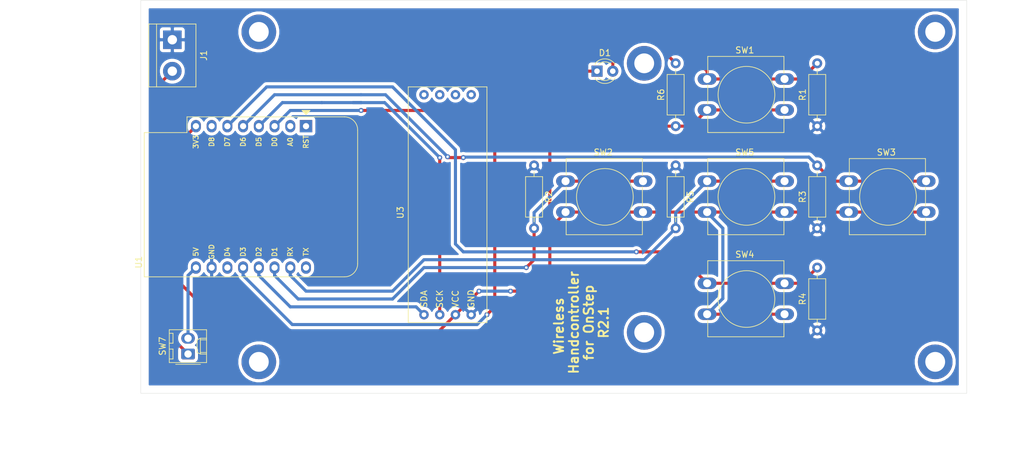
<source format=kicad_pcb>
(kicad_pcb (version 20171130) (host pcbnew "(5.1.9)-1")

  (general
    (thickness 1.6)
    (drawings 7)
    (tracks 135)
    (zones 0)
    (modules 22)
    (nets 19)
  )

  (page A4)
  (title_block
    (title "OnStep Wireless Handcontroller PCB")
    (date 2021-04-17)
    (rev R1)
  )

  (layers
    (0 F.Cu signal)
    (31 B.Cu signal)
    (32 B.Adhes user)
    (33 F.Adhes user)
    (34 B.Paste user)
    (35 F.Paste user)
    (36 B.SilkS user)
    (37 F.SilkS user)
    (38 B.Mask user)
    (39 F.Mask user)
    (40 Dwgs.User user)
    (41 Cmts.User user)
    (42 Eco1.User user)
    (43 Eco2.User user)
    (44 Edge.Cuts user)
    (45 Margin user)
    (46 B.CrtYd user)
    (47 F.CrtYd user)
    (48 B.Fab user)
    (49 F.Fab user)
  )

  (setup
    (last_trace_width 0.25)
    (user_trace_width 0.5)
    (user_trace_width 1)
    (trace_clearance 0.2)
    (zone_clearance 0.508)
    (zone_45_only no)
    (trace_min 0.2)
    (via_size 0.8)
    (via_drill 0.4)
    (via_min_size 0.4)
    (via_min_drill 0.3)
    (user_via 0.6 0.3)
    (uvia_size 0.3)
    (uvia_drill 0.1)
    (uvias_allowed no)
    (uvia_min_size 0.2)
    (uvia_min_drill 0.1)
    (edge_width 0.05)
    (segment_width 0.2)
    (pcb_text_width 0.3)
    (pcb_text_size 1.5 1.5)
    (mod_edge_width 0.12)
    (mod_text_size 1 1)
    (mod_text_width 0.15)
    (pad_size 5.6 5.6)
    (pad_drill 3.2)
    (pad_to_mask_clearance 0)
    (aux_axis_origin 0 0)
    (visible_elements 7FFFFFFF)
    (pcbplotparams
      (layerselection 0x010f0_ffffffff)
      (usegerberextensions false)
      (usegerberattributes true)
      (usegerberadvancedattributes true)
      (creategerberjobfile true)
      (excludeedgelayer true)
      (linewidth 0.100000)
      (plotframeref false)
      (viasonmask false)
      (mode 1)
      (useauxorigin false)
      (hpglpennumber 1)
      (hpglpenspeed 20)
      (hpglpendiameter 15.000000)
      (psnegative false)
      (psa4output false)
      (plotreference true)
      (plotvalue true)
      (plotinvisibletext false)
      (padsonsilk false)
      (subtractmaskfromsilk false)
      (outputformat 1)
      (mirror false)
      (drillshape 0)
      (scaleselection 1)
      (outputdirectory "C:/Users/Jesco/Desktop/Neuer Ordner (2)/"))
  )

  (net 0 "")
  (net 1 "Net-(D1-Pad2)")
  (net 2 "Net-(D1-Pad1)")
  (net 3 "Net-(R1-Pad2)")
  (net 4 "Net-(R2-Pad2)")
  (net 5 "Net-(R3-Pad2)")
  (net 6 "Net-(R4-Pad2)")
  (net 7 "Net-(R5-Pad2)")
  (net 8 "Net-(U1-Pad16)")
  (net 9 "Net-(U1-Pad7)")
  (net 10 "Net-(U1-Pad1)")
  (net 11 "Net-(U1-Pad2)")
  (net 12 "Net-(J1-Pad2)")
  (net 13 "Net-(U1-Pad13)")
  (net 14 "Net-(U1-Pad4)")
  (net 15 GND)
  (net 16 "Net-(R6-Pad1)")
  (net 17 +5V)
  (net 18 "Net-(U1-Pad11)")

  (net_class Default "This is the default net class."
    (clearance 0.2)
    (trace_width 0.25)
    (via_dia 0.8)
    (via_drill 0.4)
    (uvia_dia 0.3)
    (uvia_drill 0.1)
    (add_net +5V)
    (add_net GND)
    (add_net "Net-(R6-Pad1)")
    (add_net "Net-(U1-Pad11)")
  )

  (net_class JLPCB ""
    (clearance 0.3)
    (trace_width 0.5)
    (via_dia 0.8)
    (via_drill 0.4)
    (uvia_dia 0.83)
    (uvia_drill 0.4)
    (diff_pair_width 0.25)
    (diff_pair_gap 0.25)
    (add_net "Net-(D1-Pad1)")
    (add_net "Net-(D1-Pad2)")
    (add_net "Net-(J1-Pad2)")
    (add_net "Net-(R1-Pad2)")
    (add_net "Net-(R2-Pad2)")
    (add_net "Net-(R3-Pad2)")
    (add_net "Net-(R4-Pad2)")
    (add_net "Net-(R5-Pad2)")
    (add_net "Net-(U1-Pad1)")
    (add_net "Net-(U1-Pad13)")
    (add_net "Net-(U1-Pad16)")
    (add_net "Net-(U1-Pad2)")
    (add_net "Net-(U1-Pad4)")
    (add_net "Net-(U1-Pad7)")
  )

  (module MountingHole:MountingHole_3.2mm_M3_DIN965_Pad (layer F.Cu) (tedit 56D1B4CB) (tstamp 60EF2836)
    (at 176.53 73.66)
    (descr "Mounting Hole 3.2mm, M3, DIN965")
    (tags "mounting hole 3.2mm m3 din965")
    (attr virtual)
    (fp_text reference REF** (at 0 -3.8) (layer F.SilkS) hide
      (effects (font (size 1 1) (thickness 0.15)))
    )
    (fp_text value MountingHole_3.2mm_M3_DIN965_Pad (at 0 3.8) (layer F.Fab)
      (effects (font (size 1 1) (thickness 0.15)))
    )
    (fp_circle (center 0 0) (end 3.05 0) (layer F.CrtYd) (width 0.05))
    (fp_circle (center 0 0) (end 2.8 0) (layer Cmts.User) (width 0.15))
    (fp_text user %R (at 0.3 0) (layer F.Fab)
      (effects (font (size 1 1) (thickness 0.15)))
    )
    (pad 1 thru_hole circle (at 0 0) (size 5.6 5.6) (drill 3.2) (layers *.Cu *.Mask))
  )

  (module MountingHole:MountingHole_3.2mm_M3_DIN965_Pad (layer F.Cu) (tedit 56D1B4CB) (tstamp 60EF2807)
    (at 176.53 117.16)
    (descr "Mounting Hole 3.2mm, M3, DIN965")
    (tags "mounting hole 3.2mm m3 din965")
    (attr virtual)
    (fp_text reference REF** (at 0 -3.8) (layer F.SilkS) hide
      (effects (font (size 1 1) (thickness 0.15)))
    )
    (fp_text value MountingHole_3.2mm_M3_DIN965_Pad (at 0 3.8) (layer F.Fab)
      (effects (font (size 1 1) (thickness 0.15)))
    )
    (fp_circle (center 0 0) (end 2.8 0) (layer Cmts.User) (width 0.15))
    (fp_circle (center 0 0) (end 3.05 0) (layer F.CrtYd) (width 0.05))
    (fp_text user %R (at 0.3 0) (layer F.Fab)
      (effects (font (size 1 1) (thickness 0.15)))
    )
    (pad 1 thru_hole circle (at 0 0) (size 5.6 5.6) (drill 3.2) (layers *.Cu *.Mask))
  )

  (module whc_pcb-files:OLED_0.91_AZDelivery (layer F.Cu) (tedit 60A3BA80) (tstamp 60A41E60)
    (at 144.78 97.79 90)
    (path /60A45D70)
    (fp_text reference U3 (at 0 -7.62 90) (layer F.SilkS)
      (effects (font (size 1 1) (thickness 0.15)))
    )
    (fp_text value OLED_0.91_AZDelivery (at 0 -5.08 90) (layer F.Fab)
      (effects (font (size 1 1) (thickness 0.15)))
    )
    (fp_line (start -17.78 -6.35) (end -17.78 6.35) (layer F.SilkS) (width 0.12))
    (fp_line (start -17.78 6.35) (end 20.32 6.35) (layer F.SilkS) (width 0.12))
    (fp_line (start 20.32 6.35) (end 20.32 -6.35) (layer F.SilkS) (width 0.12))
    (fp_line (start 20.32 -6.35) (end -17.78 -6.35) (layer F.SilkS) (width 0.12))
    (fp_text user SDA (at -13.97 -3.81 90) (layer F.SilkS)
      (effects (font (size 1 1) (thickness 0.15)))
    )
    (fp_text user SCK (at -13.97 -1.27 90) (layer F.SilkS)
      (effects (font (size 1 1) (thickness 0.15)))
    )
    (fp_text user VCC (at -13.97 1.27 90) (layer F.SilkS)
      (effects (font (size 1 1) (thickness 0.15)))
    )
    (fp_text user GND (at -13.97 3.81 90) (layer F.SilkS)
      (effects (font (size 1 1) (thickness 0.15)))
    )
    (pad "" thru_hole circle (at 19.05 3.81 90) (size 1.524 1.524) (drill 0.762) (layers *.Cu *.Mask))
    (pad "" thru_hole circle (at 19.05 1.27 90) (size 1.524 1.524) (drill 0.762) (layers *.Cu *.Mask))
    (pad "" thru_hole circle (at 19.05 -1.27 90) (size 1.524 1.524) (drill 0.762) (layers *.Cu *.Mask))
    (pad "" thru_hole circle (at 19.05 -3.81 90) (size 1.524 1.524) (drill 0.762) (layers *.Cu *.Mask))
    (pad 1 thru_hole circle (at -16.51 3.81 90) (size 1.524 1.524) (drill 0.762) (layers *.Cu *.Mask)
      (net 15 GND))
    (pad 2 thru_hole circle (at -16.51 1.27 90) (size 1.524 1.524) (drill 0.762) (layers *.Cu *.Mask)
      (net 16 "Net-(R6-Pad1)"))
    (pad 3 thru_hole circle (at -16.51 -1.27 90) (size 1.524 1.524) (drill 0.762) (layers *.Cu *.Mask)
      (net 14 "Net-(U1-Pad4)"))
    (pad 4 thru_hole circle (at -16.51 -3.81 90) (size 1.524 1.524) (drill 0.762) (layers *.Cu *.Mask)
      (net 13 "Net-(U1-Pad13)"))
  )

  (module whc_pcb-files:WEMOS_D1_Mini (layer F.Cu) (tedit 60BCD947) (tstamp 607A0957)
    (at 121.92 83.82 270)
    (descr "16-pin module, column spacing 22.86 mm (900 mils), https://wiki.wemos.cc/products:d1:d1_mini, https://c1.staticflickr.com/1/734/31400410271_f278b087db_z.jpg")
    (tags "ESP8266 WiFi microcontroller")
    (path /6078852E)
    (fp_text reference U1 (at 22 27 90) (layer F.SilkS)
      (effects (font (size 1 1) (thickness 0.15)))
    )
    (fp_text value WeMos_D1_mini (at 11.7 1.27 90) (layer F.Fab)
      (effects (font (size 1 1) (thickness 0.15)))
    )
    (fp_line (start 1.04 19.22) (end 1.04 26.12) (layer F.SilkS) (width 0.12))
    (fp_line (start -1.5 19.22) (end 1.04 19.22) (layer F.SilkS) (width 0.12))
    (fp_line (start -0.37 0) (end -1.37 -1) (layer F.Fab) (width 0.1))
    (fp_line (start -1.37 1) (end -0.37 0) (layer F.Fab) (width 0.1))
    (fp_line (start -1.37 -6.21) (end -1.37 -1) (layer F.Fab) (width 0.1))
    (fp_line (start 1.17 19.09) (end 1.17 25.99) (layer F.Fab) (width 0.1))
    (fp_line (start -1.37 19.09) (end 1.17 19.09) (layer F.Fab) (width 0.1))
    (fp_line (start -1.35 -7.4) (end -0.55 -8.2) (layer Dwgs.User) (width 0.1))
    (fp_line (start -1.3 -5.45) (end 1.45 -8.2) (layer Dwgs.User) (width 0.1))
    (fp_line (start -1.35 -3.4) (end 3.45 -8.2) (layer Dwgs.User) (width 0.1))
    (fp_line (start 22.65 -1.4) (end 24.25 -3) (layer Dwgs.User) (width 0.1))
    (fp_line (start 20.65 -1.4) (end 24.25 -5) (layer Dwgs.User) (width 0.1))
    (fp_line (start 18.65 -1.4) (end 24.25 -7) (layer Dwgs.User) (width 0.1))
    (fp_line (start 16.65 -1.4) (end 23.45 -8.2) (layer Dwgs.User) (width 0.1))
    (fp_line (start 14.65 -1.4) (end 21.45 -8.2) (layer Dwgs.User) (width 0.1))
    (fp_line (start 12.65 -1.4) (end 19.45 -8.2) (layer Dwgs.User) (width 0.1))
    (fp_line (start 10.65 -1.4) (end 17.45 -8.2) (layer Dwgs.User) (width 0.1))
    (fp_line (start 8.65 -1.4) (end 15.45 -8.2) (layer Dwgs.User) (width 0.1))
    (fp_line (start 6.65 -1.4) (end 13.45 -8.2) (layer Dwgs.User) (width 0.1))
    (fp_line (start 4.65 -1.4) (end 11.45 -8.2) (layer Dwgs.User) (width 0.1))
    (fp_line (start 2.65 -1.4) (end 9.45 -8.2) (layer Dwgs.User) (width 0.1))
    (fp_line (start 0.65 -1.4) (end 7.45 -8.2) (layer Dwgs.User) (width 0.1))
    (fp_line (start -1.35 -1.4) (end 5.45 -8.2) (layer Dwgs.User) (width 0.1))
    (fp_line (start -1.35 -8.2) (end -1.35 -1.4) (layer Dwgs.User) (width 0.1))
    (fp_line (start 24.25 -8.2) (end -1.35 -8.2) (layer Dwgs.User) (width 0.1))
    (fp_line (start 24.25 -1.4) (end 24.25 -8.2) (layer Dwgs.User) (width 0.1))
    (fp_line (start -1.35 -1.4) (end 24.25 -1.4) (layer Dwgs.User) (width 0.1))
    (fp_poly (pts (xy -2.54 -0.635) (xy -2.54 0.635) (xy -1.905 0)) (layer F.SilkS) (width 0.15))
    (fp_line (start -1.62 26.24) (end -1.62 -8.46) (layer F.CrtYd) (width 0.05))
    (fp_line (start 24.48 26.24) (end -1.62 26.24) (layer F.CrtYd) (width 0.05))
    (fp_line (start 24.48 -8.41) (end 24.48 26.24) (layer F.CrtYd) (width 0.05))
    (fp_line (start -1.62 -8.46) (end 24.48 -8.46) (layer F.CrtYd) (width 0.05))
    (fp_line (start -1.37 1) (end -1.37 19.09) (layer F.Fab) (width 0.1))
    (fp_line (start 22.23 -8.21) (end 0.63 -8.21) (layer F.Fab) (width 0.1))
    (fp_line (start 24.23 25.99) (end 24.23 -6.21) (layer F.Fab) (width 0.1))
    (fp_line (start 1.17 25.99) (end 24.23 25.99) (layer F.Fab) (width 0.1))
    (fp_line (start 22.24 -8.34) (end 0.63 -8.34) (layer F.SilkS) (width 0.12))
    (fp_line (start 24.36 26.12) (end 24.36 -6.21) (layer F.SilkS) (width 0.12))
    (fp_line (start -1.5 19.22) (end -1.5 -6.21) (layer F.SilkS) (width 0.12))
    (fp_line (start 1.04 26.12) (end 24.36 26.12) (layer F.SilkS) (width 0.12))
    (fp_text user 5V (at 20.32 17.78 90) (layer F.SilkS)
      (effects (font (size 0.8 0.8) (thickness 0.15)))
    )
    (fp_text user GND (at 20.32 15.24 90) (layer F.SilkS)
      (effects (font (size 0.8 0.8) (thickness 0.15)))
    )
    (fp_text user D4 (at 20.32 12.7 90) (layer F.SilkS)
      (effects (font (size 0.8 0.8) (thickness 0.15)))
    )
    (fp_text user D3 (at 20.32 10.16 90) (layer F.SilkS)
      (effects (font (size 0.8 0.8) (thickness 0.15)))
    )
    (fp_text user D2 (at 20.32 7.62 90) (layer F.SilkS)
      (effects (font (size 0.8 0.8) (thickness 0.15)))
    )
    (fp_text user D1 (at 20.32 5.08 90) (layer F.SilkS)
      (effects (font (size 0.8 0.8) (thickness 0.15)))
    )
    (fp_text user RX (at 20.32 2.54 90) (layer F.SilkS)
      (effects (font (size 0.8 0.8) (thickness 0.15)))
    )
    (fp_text user TX (at 20.32 0 90) (layer F.SilkS)
      (effects (font (size 0.8 0.8) (thickness 0.15)))
    )
    (fp_text user RST (at 2.54 0 90) (layer F.SilkS)
      (effects (font (size 0.8 0.8) (thickness 0.15)))
    )
    (fp_text user A0 (at 2.54 2.54 90) (layer F.SilkS)
      (effects (font (size 0.8 0.8) (thickness 0.15)))
    )
    (fp_text user D0 (at 2.54 5.08 90) (layer F.SilkS)
      (effects (font (size 0.8 0.8) (thickness 0.15)))
    )
    (fp_text user D5 (at 2.54 7.62 90) (layer F.SilkS)
      (effects (font (size 0.8 0.8) (thickness 0.15)))
    )
    (fp_text user D6 (at 2.54 10.16 90) (layer F.SilkS)
      (effects (font (size 0.8 0.8) (thickness 0.15)))
    )
    (fp_text user D7 (at 2.54 12.7 90) (layer F.SilkS)
      (effects (font (size 0.8 0.8) (thickness 0.15)))
    )
    (fp_text user D8 (at 2.54 15.24 90) (layer F.SilkS)
      (effects (font (size 0.8 0.8) (thickness 0.15)))
    )
    (fp_text user 3V3 (at 2.54 17.78 90) (layer F.SilkS)
      (effects (font (size 0.8 0.8) (thickness 0.15)))
    )
    (fp_text user "No copper" (at 11.43 -3.81 90) (layer Cmts.User)
      (effects (font (size 1 1) (thickness 0.15)))
    )
    (fp_text user "KEEP OUT" (at 11.43 -6.35 90) (layer Cmts.User)
      (effects (font (size 1 1) (thickness 0.15)))
    )
    (fp_arc (start 22.23 -6.21) (end 24.36 -6.21) (angle -90) (layer F.SilkS) (width 0.12))
    (fp_arc (start 0.63 -6.21) (end 0.63 -8.34) (angle -90) (layer F.SilkS) (width 0.12))
    (fp_arc (start 22.23 -6.21) (end 24.23 -6.19) (angle -90) (layer F.Fab) (width 0.1))
    (fp_arc (start 0.63 -6.21) (end 0.63 -8.21) (angle -90) (layer F.Fab) (width 0.1))
    (fp_text user %R (at 11.43 10 90) (layer F.Fab)
      (effects (font (size 1 1) (thickness 0.15)))
    )
    (pad 16 thru_hole oval (at 22.86 0 270) (size 2 1.6) (drill 1) (layers *.Cu *.Mask)
      (net 8 "Net-(U1-Pad16)"))
    (pad 15 thru_hole oval (at 22.86 2.54 270) (size 2 1.6) (drill 1) (layers *.Cu *.Mask)
      (net 7 "Net-(R5-Pad2)"))
    (pad 14 thru_hole oval (at 22.86 5.08 270) (size 2 1.6) (drill 1) (layers *.Cu *.Mask)
      (net 4 "Net-(R2-Pad2)"))
    (pad 13 thru_hole oval (at 22.86 7.62 270) (size 2 1.6) (drill 1) (layers *.Cu *.Mask)
      (net 13 "Net-(U1-Pad13)"))
    (pad 12 thru_hole oval (at 22.86 10.16 270) (size 2 1.6) (drill 1) (layers *.Cu *.Mask)
      (net 2 "Net-(D1-Pad1)"))
    (pad 11 thru_hole oval (at 22.86 12.7 270) (size 2 1.6) (drill 1) (layers *.Cu *.Mask)
      (net 18 "Net-(U1-Pad11)"))
    (pad 10 thru_hole oval (at 22.86 15.24 270) (size 2 1.6) (drill 1) (layers *.Cu *.Mask)
      (net 15 GND))
    (pad 9 thru_hole oval (at 22.86 17.78 270) (size 2 1.6) (drill 1) (layers *.Cu *.Mask)
      (net 17 +5V))
    (pad 8 thru_hole oval (at 0 17.78 270) (size 2 1.6) (drill 1) (layers *.Cu *.Mask)
      (net 16 "Net-(R6-Pad1)"))
    (pad 7 thru_hole oval (at 0 15.24 270) (size 2 1.6) (drill 1) (layers *.Cu *.Mask)
      (net 9 "Net-(U1-Pad7)"))
    (pad 6 thru_hole oval (at 0 12.7 270) (size 2 1.6) (drill 1) (layers *.Cu *.Mask)
      (net 6 "Net-(R4-Pad2)"))
    (pad 5 thru_hole oval (at 0 10.16 270) (size 2 1.6) (drill 1) (layers *.Cu *.Mask)
      (net 5 "Net-(R3-Pad2)"))
    (pad 4 thru_hole oval (at 0 7.62 270) (size 2 1.6) (drill 1) (layers *.Cu *.Mask)
      (net 14 "Net-(U1-Pad4)"))
    (pad 3 thru_hole oval (at 0 5.08 270) (size 2 1.6) (drill 1) (layers *.Cu *.Mask)
      (net 3 "Net-(R1-Pad2)"))
    (pad 1 thru_hole rect (at 0 0 270) (size 2 2) (drill 1) (layers *.Cu *.Mask)
      (net 10 "Net-(U1-Pad1)"))
    (pad 2 thru_hole oval (at 0 2.54 270) (size 2 1.6) (drill 1) (layers *.Cu *.Mask)
      (net 11 "Net-(U1-Pad2)"))
    (model ${KISYS3DMOD}/Module.3dshapes/WEMOS_D1_mini_light.wrl
      (at (xyz 0 0 0))
      (scale (xyz 1 1 1))
      (rotate (xyz 0 0 0))
    )
    (model ${KISYS3DMOD}/Connector_PinHeader_2.54mm.3dshapes/PinHeader_1x08_P2.54mm_Vertical.wrl
      (offset (xyz 0 0 9.5))
      (scale (xyz 1 1 1))
      (rotate (xyz 0 -180 0))
    )
    (model ${KISYS3DMOD}/Connector_PinHeader_2.54mm.3dshapes/PinHeader_1x08_P2.54mm_Vertical.wrl
      (offset (xyz 22.86 0 9.5))
      (scale (xyz 1 1 1))
      (rotate (xyz 0 -180 0))
    )
    (model ${KISYS3DMOD}/Connector_PinSocket_2.54mm.3dshapes/PinSocket_1x08_P2.54mm_Vertical.wrl
      (at (xyz 0 0 0))
      (scale (xyz 1 1 1))
      (rotate (xyz 0 0 0))
    )
    (model ${KISYS3DMOD}/Connector_PinSocket_2.54mm.3dshapes/PinSocket_1x08_P2.54mm_Vertical.wrl
      (offset (xyz 22.86 0 0))
      (scale (xyz 1 1 1))
      (rotate (xyz 0 0 0))
    )
  )

  (module Connector_Molex:Molex_KK-254_AE-6410-02A_1x02_P2.54mm_Vertical (layer F.Cu) (tedit 5EA53D3B) (tstamp 60958BF1)
    (at 102.87 120.65 90)
    (descr "Molex KK-254 Interconnect System, old/engineering part number: AE-6410-02A example for new part number: 22-27-2021, 2 Pins (http://www.molex.com/pdm_docs/sd/022272021_sd.pdf), generated with kicad-footprint-generator")
    (tags "connector Molex KK-254 vertical")
    (path /6095510F)
    (fp_text reference SW7 (at 1.27 -4.12 90) (layer F.SilkS)
      (effects (font (size 1 1) (thickness 0.15)))
    )
    (fp_text value SW_Push (at 1.27 4.08 90) (layer F.Fab)
      (effects (font (size 1 1) (thickness 0.15)))
    )
    (fp_line (start -1.27 -2.92) (end -1.27 2.88) (layer F.Fab) (width 0.1))
    (fp_line (start -1.27 2.88) (end 3.81 2.88) (layer F.Fab) (width 0.1))
    (fp_line (start 3.81 2.88) (end 3.81 -2.92) (layer F.Fab) (width 0.1))
    (fp_line (start 3.81 -2.92) (end -1.27 -2.92) (layer F.Fab) (width 0.1))
    (fp_line (start -1.38 -3.03) (end -1.38 2.99) (layer F.SilkS) (width 0.12))
    (fp_line (start -1.38 2.99) (end 3.92 2.99) (layer F.SilkS) (width 0.12))
    (fp_line (start 3.92 2.99) (end 3.92 -3.03) (layer F.SilkS) (width 0.12))
    (fp_line (start 3.92 -3.03) (end -1.38 -3.03) (layer F.SilkS) (width 0.12))
    (fp_line (start -1.67 -2) (end -1.67 2) (layer F.SilkS) (width 0.12))
    (fp_line (start -1.27 -0.5) (end -0.562893 0) (layer F.Fab) (width 0.1))
    (fp_line (start -0.562893 0) (end -1.27 0.5) (layer F.Fab) (width 0.1))
    (fp_line (start 0 2.99) (end 0 1.99) (layer F.SilkS) (width 0.12))
    (fp_line (start 0 1.99) (end 2.54 1.99) (layer F.SilkS) (width 0.12))
    (fp_line (start 2.54 1.99) (end 2.54 2.99) (layer F.SilkS) (width 0.12))
    (fp_line (start 0 1.99) (end 0.25 1.46) (layer F.SilkS) (width 0.12))
    (fp_line (start 0.25 1.46) (end 2.29 1.46) (layer F.SilkS) (width 0.12))
    (fp_line (start 2.29 1.46) (end 2.54 1.99) (layer F.SilkS) (width 0.12))
    (fp_line (start 0.25 2.99) (end 0.25 1.99) (layer F.SilkS) (width 0.12))
    (fp_line (start 2.29 2.99) (end 2.29 1.99) (layer F.SilkS) (width 0.12))
    (fp_line (start -0.8 -3.03) (end -0.8 -2.43) (layer F.SilkS) (width 0.12))
    (fp_line (start -0.8 -2.43) (end 0.8 -2.43) (layer F.SilkS) (width 0.12))
    (fp_line (start 0.8 -2.43) (end 0.8 -3.03) (layer F.SilkS) (width 0.12))
    (fp_line (start 1.74 -3.03) (end 1.74 -2.43) (layer F.SilkS) (width 0.12))
    (fp_line (start 1.74 -2.43) (end 3.34 -2.43) (layer F.SilkS) (width 0.12))
    (fp_line (start 3.34 -2.43) (end 3.34 -3.03) (layer F.SilkS) (width 0.12))
    (fp_line (start -1.77 -3.42) (end -1.77 3.38) (layer F.CrtYd) (width 0.05))
    (fp_line (start -1.77 3.38) (end 4.31 3.38) (layer F.CrtYd) (width 0.05))
    (fp_line (start 4.31 3.38) (end 4.31 -3.42) (layer F.CrtYd) (width 0.05))
    (fp_line (start 4.31 -3.42) (end -1.77 -3.42) (layer F.CrtYd) (width 0.05))
    (fp_text user %R (at 1.27 -2.22 90) (layer F.Fab)
      (effects (font (size 1 1) (thickness 0.15)))
    )
    (pad 2 thru_hole oval (at 2.54 0 90) (size 1.74 2.19) (drill 1.19) (layers *.Cu *.Mask)
      (net 17 +5V))
    (pad 1 thru_hole roundrect (at 0 0 90) (size 1.74 2.19) (drill 1.19) (layers *.Cu *.Mask) (roundrect_rratio 0.1436775862068966)
      (net 12 "Net-(J1-Pad2)"))
    (model ${KISYS3DMOD}/Connector_Molex.3dshapes/Molex_KK-254_AE-6410-02A_1x02_P2.54mm_Vertical.wrl
      (at (xyz 0 0 0))
      (scale (xyz 1 1 1))
      (rotate (xyz 0 0 0))
    )
  )

  (module MountingHole:MountingHole_3.2mm_M3_DIN965_Pad (layer F.Cu) (tedit 56D1B4CB) (tstamp 60EFEBDD)
    (at 114.3 121.92)
    (descr "Mounting Hole 3.2mm, M3, DIN965")
    (tags "mounting hole 3.2mm m3 din965")
    (attr virtual)
    (fp_text reference REF** (at 0 -3.8) (layer F.SilkS) hide
      (effects (font (size 1 1) (thickness 0.15)))
    )
    (fp_text value MountingHole_3.2mm_M3_DIN965_Pad (at 0 3.8) (layer F.Fab)
      (effects (font (size 1 1) (thickness 0.15)))
    )
    (fp_circle (center 0 0) (end 3.05 0) (layer F.CrtYd) (width 0.05))
    (fp_circle (center 0 0) (end 2.8 0) (layer Cmts.User) (width 0.15))
    (fp_text user %R (at 0.3 0) (layer F.Fab)
      (effects (font (size 1 1) (thickness 0.15)))
    )
    (pad 1 thru_hole circle (at 0 0) (size 5.6 5.6) (drill 3.2) (layers *.Cu *.Mask))
  )

  (module MountingHole:MountingHole_3.2mm_M3_DIN965_Pad (layer F.Cu) (tedit 56D1B4CB) (tstamp 60A4297C)
    (at 114.3 68.58)
    (descr "Mounting Hole 3.2mm, M3, DIN965")
    (tags "mounting hole 3.2mm m3 din965")
    (attr virtual)
    (fp_text reference REF** (at 0 -3.8) (layer F.SilkS) hide
      (effects (font (size 1 1) (thickness 0.15)))
    )
    (fp_text value MountingHole_3.2mm_M3_DIN965_Pad (at 0 3.8) (layer F.Fab)
      (effects (font (size 1 1) (thickness 0.15)))
    )
    (fp_circle (center 0 0) (end 2.8 0) (layer Cmts.User) (width 0.15))
    (fp_circle (center 0 0) (end 3.05 0) (layer F.CrtYd) (width 0.05))
    (fp_text user %R (at 0.3 0) (layer F.Fab)
      (effects (font (size 1 1) (thickness 0.15)))
    )
    (pad 1 thru_hole circle (at 0 0) (size 5.6 5.6) (drill 3.2) (layers *.Cu *.Mask))
  )

  (module MountingHole:MountingHole_3.2mm_M3_DIN965_Pad (layer F.Cu) (tedit 56D1B4CB) (tstamp 607DD294)
    (at 223.52 68.58)
    (descr "Mounting Hole 3.2mm, M3, DIN965")
    (tags "mounting hole 3.2mm m3 din965")
    (attr virtual)
    (fp_text reference REF** (at 0 -3.8) (layer F.SilkS) hide
      (effects (font (size 1 1) (thickness 0.15)))
    )
    (fp_text value MountingHole_3.2mm_M3_DIN965_Pad (at 0 3.8) (layer F.Fab)
      (effects (font (size 1 1) (thickness 0.15)))
    )
    (fp_circle (center 0 0) (end 3.05 0) (layer F.CrtYd) (width 0.05))
    (fp_circle (center 0 0) (end 2.8 0) (layer Cmts.User) (width 0.15))
    (fp_text user %R (at 0.3 0) (layer F.Fab)
      (effects (font (size 1 1) (thickness 0.15)))
    )
    (pad 1 thru_hole circle (at 0 0) (size 5.6 5.6) (drill 3.2) (layers *.Cu *.Mask))
  )

  (module MountingHole:MountingHole_3.2mm_M3_DIN965_Pad (layer F.Cu) (tedit 56D1B4CB) (tstamp 607DD268)
    (at 223.52 121.92)
    (descr "Mounting Hole 3.2mm, M3, DIN965")
    (tags "mounting hole 3.2mm m3 din965")
    (attr virtual)
    (fp_text reference REF** (at 0 -3.8) (layer F.SilkS) hide
      (effects (font (size 1 1) (thickness 0.15)))
    )
    (fp_text value MountingHole_3.2mm_M3_DIN965_Pad (at 0 3.8) (layer F.Fab)
      (effects (font (size 1 1) (thickness 0.15)))
    )
    (fp_circle (center 0 0) (end 3.05 0) (layer F.CrtYd) (width 0.05))
    (fp_circle (center 0 0) (end 2.8 0) (layer Cmts.User) (width 0.15))
    (fp_text user %R (at 0.3 0) (layer F.Fab)
      (effects (font (size 1 1) (thickness 0.15)))
    )
    (pad 1 thru_hole circle (at 0 0) (size 5.6 5.6) (drill 3.2) (layers *.Cu *.Mask))
  )

  (module Button_Switch_THT:SW_PUSH-12mm (layer F.Cu) (tedit 5D160D14) (tstamp 607A0914)
    (at 186.69 92.71)
    (descr "SW PUSH 12mm https://www.e-switch.com/system/asset/product_line/data_sheet/143/TL1100.pdf")
    (tags "tact sw push 12mm")
    (path /6078E4E1)
    (fp_text reference SW5 (at 6.08 -4.66) (layer F.SilkS)
      (effects (font (size 1 1) (thickness 0.15)))
    )
    (fp_text value SW_Push_Dual (at 6.62 9.93) (layer F.Fab)
      (effects (font (size 1 1) (thickness 0.15)))
    )
    (fp_line (start 12.4 -3.65) (end 12.4 -0.93) (layer F.SilkS) (width 0.12))
    (fp_line (start 12.4 5.93) (end 12.4 8.65) (layer F.SilkS) (width 0.12))
    (fp_line (start 0.1 4.07) (end 0.1 0.93) (layer F.SilkS) (width 0.12))
    (fp_line (start 0.1 8.65) (end 0.1 5.93) (layer F.SilkS) (width 0.12))
    (fp_line (start 0.25 -3.5) (end 0.25 8.5) (layer F.Fab) (width 0.1))
    (fp_circle (center 6.35 2.54) (end 10.16 5.08) (layer F.SilkS) (width 0.12))
    (fp_line (start 14.25 8.75) (end -1.77 8.75) (layer F.CrtYd) (width 0.05))
    (fp_line (start 14.25 8.75) (end 14.25 -3.75) (layer F.CrtYd) (width 0.05))
    (fp_line (start -1.77 -3.75) (end -1.77 8.75) (layer F.CrtYd) (width 0.05))
    (fp_line (start -1.77 -3.75) (end 14.25 -3.75) (layer F.CrtYd) (width 0.05))
    (fp_line (start 0.1 -0.93) (end 0.1 -3.65) (layer F.SilkS) (width 0.12))
    (fp_line (start 12.4 8.65) (end 0.1 8.65) (layer F.SilkS) (width 0.12))
    (fp_line (start 12.4 0.93) (end 12.4 4.07) (layer F.SilkS) (width 0.12))
    (fp_line (start 0.1 -3.65) (end 12.4 -3.65) (layer F.SilkS) (width 0.12))
    (fp_line (start 12.25 -3.5) (end 12.25 8.5) (layer F.Fab) (width 0.1))
    (fp_line (start 0.25 -3.5) (end 12.25 -3.5) (layer F.Fab) (width 0.1))
    (fp_line (start 0.25 8.5) (end 12.25 8.5) (layer F.Fab) (width 0.1))
    (fp_text user %R (at 6.35 2.54) (layer F.Fab)
      (effects (font (size 1 1) (thickness 0.15)))
    )
    (pad 2 thru_hole oval (at 0 5) (size 3.048 1.85) (drill 1.3) (layers *.Cu *.Mask)
      (net 16 "Net-(R6-Pad1)"))
    (pad 1 thru_hole oval (at 0 0) (size 3.048 1.85) (drill 1.3) (layers *.Cu *.Mask)
      (net 7 "Net-(R5-Pad2)"))
    (pad 2 thru_hole oval (at 12.5 5) (size 3.048 1.85) (drill 1.3) (layers *.Cu *.Mask)
      (net 16 "Net-(R6-Pad1)"))
    (pad 1 thru_hole oval (at 12.5 0) (size 3.048 1.85) (drill 1.3) (layers *.Cu *.Mask)
      (net 7 "Net-(R5-Pad2)"))
    (model ${KISYS3DMOD}/Button_Switch_THT.3dshapes/SW_PUSH-12mm.wrl
      (at (xyz 0 0 0))
      (scale (xyz 1 1 1))
      (rotate (xyz 0 0 0))
    )
  )

  (module Button_Switch_THT:SW_PUSH-12mm (layer F.Cu) (tedit 5D160D14) (tstamp 607A08FA)
    (at 186.69 109.22)
    (descr "SW PUSH 12mm https://www.e-switch.com/system/asset/product_line/data_sheet/143/TL1100.pdf")
    (tags "tact sw push 12mm")
    (path /6078E132)
    (fp_text reference SW4 (at 6.08 -4.66) (layer F.SilkS)
      (effects (font (size 1 1) (thickness 0.15)))
    )
    (fp_text value SW_Push_Dual (at 6.62 9.93) (layer F.Fab)
      (effects (font (size 1 1) (thickness 0.15)))
    )
    (fp_line (start 12.4 -3.65) (end 12.4 -0.93) (layer F.SilkS) (width 0.12))
    (fp_line (start 12.4 5.93) (end 12.4 8.65) (layer F.SilkS) (width 0.12))
    (fp_line (start 0.1 4.07) (end 0.1 0.93) (layer F.SilkS) (width 0.12))
    (fp_line (start 0.1 8.65) (end 0.1 5.93) (layer F.SilkS) (width 0.12))
    (fp_line (start 0.25 -3.5) (end 0.25 8.5) (layer F.Fab) (width 0.1))
    (fp_circle (center 6.35 2.54) (end 10.16 5.08) (layer F.SilkS) (width 0.12))
    (fp_line (start 14.25 8.75) (end -1.77 8.75) (layer F.CrtYd) (width 0.05))
    (fp_line (start 14.25 8.75) (end 14.25 -3.75) (layer F.CrtYd) (width 0.05))
    (fp_line (start -1.77 -3.75) (end -1.77 8.75) (layer F.CrtYd) (width 0.05))
    (fp_line (start -1.77 -3.75) (end 14.25 -3.75) (layer F.CrtYd) (width 0.05))
    (fp_line (start 0.1 -0.93) (end 0.1 -3.65) (layer F.SilkS) (width 0.12))
    (fp_line (start 12.4 8.65) (end 0.1 8.65) (layer F.SilkS) (width 0.12))
    (fp_line (start 12.4 0.93) (end 12.4 4.07) (layer F.SilkS) (width 0.12))
    (fp_line (start 0.1 -3.65) (end 12.4 -3.65) (layer F.SilkS) (width 0.12))
    (fp_line (start 12.25 -3.5) (end 12.25 8.5) (layer F.Fab) (width 0.1))
    (fp_line (start 0.25 -3.5) (end 12.25 -3.5) (layer F.Fab) (width 0.1))
    (fp_line (start 0.25 8.5) (end 12.25 8.5) (layer F.Fab) (width 0.1))
    (fp_text user %R (at 6.35 2.54) (layer F.Fab)
      (effects (font (size 1 1) (thickness 0.15)))
    )
    (pad 2 thru_hole oval (at 0 5) (size 3.048 1.85) (drill 1.3) (layers *.Cu *.Mask)
      (net 16 "Net-(R6-Pad1)"))
    (pad 1 thru_hole oval (at 0 0) (size 3.048 1.85) (drill 1.3) (layers *.Cu *.Mask)
      (net 6 "Net-(R4-Pad2)"))
    (pad 2 thru_hole oval (at 12.5 5) (size 3.048 1.85) (drill 1.3) (layers *.Cu *.Mask)
      (net 16 "Net-(R6-Pad1)"))
    (pad 1 thru_hole oval (at 12.5 0) (size 3.048 1.85) (drill 1.3) (layers *.Cu *.Mask)
      (net 6 "Net-(R4-Pad2)"))
    (model ${KISYS3DMOD}/Button_Switch_THT.3dshapes/SW_PUSH-12mm.wrl
      (at (xyz 0 0 0))
      (scale (xyz 1 1 1))
      (rotate (xyz 0 0 0))
    )
  )

  (module Button_Switch_THT:SW_PUSH-12mm (layer F.Cu) (tedit 5D160D14) (tstamp 607A08E0)
    (at 209.55 92.71)
    (descr "SW PUSH 12mm https://www.e-switch.com/system/asset/product_line/data_sheet/143/TL1100.pdf")
    (tags "tact sw push 12mm")
    (path /6078D719)
    (fp_text reference SW3 (at 6.08 -4.66) (layer F.SilkS)
      (effects (font (size 1 1) (thickness 0.15)))
    )
    (fp_text value SW_Push_Dual (at 6.62 9.93) (layer F.Fab)
      (effects (font (size 1 1) (thickness 0.15)))
    )
    (fp_line (start 12.4 -3.65) (end 12.4 -0.93) (layer F.SilkS) (width 0.12))
    (fp_line (start 12.4 5.93) (end 12.4 8.65) (layer F.SilkS) (width 0.12))
    (fp_line (start 0.1 4.07) (end 0.1 0.93) (layer F.SilkS) (width 0.12))
    (fp_line (start 0.1 8.65) (end 0.1 5.93) (layer F.SilkS) (width 0.12))
    (fp_line (start 0.25 -3.5) (end 0.25 8.5) (layer F.Fab) (width 0.1))
    (fp_circle (center 6.35 2.54) (end 10.16 5.08) (layer F.SilkS) (width 0.12))
    (fp_line (start 14.25 8.75) (end -1.77 8.75) (layer F.CrtYd) (width 0.05))
    (fp_line (start 14.25 8.75) (end 14.25 -3.75) (layer F.CrtYd) (width 0.05))
    (fp_line (start -1.77 -3.75) (end -1.77 8.75) (layer F.CrtYd) (width 0.05))
    (fp_line (start -1.77 -3.75) (end 14.25 -3.75) (layer F.CrtYd) (width 0.05))
    (fp_line (start 0.1 -0.93) (end 0.1 -3.65) (layer F.SilkS) (width 0.12))
    (fp_line (start 12.4 8.65) (end 0.1 8.65) (layer F.SilkS) (width 0.12))
    (fp_line (start 12.4 0.93) (end 12.4 4.07) (layer F.SilkS) (width 0.12))
    (fp_line (start 0.1 -3.65) (end 12.4 -3.65) (layer F.SilkS) (width 0.12))
    (fp_line (start 12.25 -3.5) (end 12.25 8.5) (layer F.Fab) (width 0.1))
    (fp_line (start 0.25 -3.5) (end 12.25 -3.5) (layer F.Fab) (width 0.1))
    (fp_line (start 0.25 8.5) (end 12.25 8.5) (layer F.Fab) (width 0.1))
    (fp_text user %R (at 6.35 2.54) (layer F.Fab)
      (effects (font (size 1 1) (thickness 0.15)))
    )
    (pad 2 thru_hole oval (at 0 5) (size 3.048 1.85) (drill 1.3) (layers *.Cu *.Mask)
      (net 16 "Net-(R6-Pad1)"))
    (pad 1 thru_hole oval (at 0 0) (size 3.048 1.85) (drill 1.3) (layers *.Cu *.Mask)
      (net 5 "Net-(R3-Pad2)"))
    (pad 2 thru_hole oval (at 12.5 5) (size 3.048 1.85) (drill 1.3) (layers *.Cu *.Mask)
      (net 16 "Net-(R6-Pad1)"))
    (pad 1 thru_hole oval (at 12.5 0) (size 3.048 1.85) (drill 1.3) (layers *.Cu *.Mask)
      (net 5 "Net-(R3-Pad2)"))
    (model ${KISYS3DMOD}/Button_Switch_THT.3dshapes/SW_PUSH-12mm.wrl
      (at (xyz 0 0 0))
      (scale (xyz 1 1 1))
      (rotate (xyz 0 0 0))
    )
  )

  (module Button_Switch_THT:SW_PUSH-12mm (layer F.Cu) (tedit 5D160D14) (tstamp 607A08C6)
    (at 163.83 92.71)
    (descr "SW PUSH 12mm https://www.e-switch.com/system/asset/product_line/data_sheet/143/TL1100.pdf")
    (tags "tact sw push 12mm")
    (path /6079063F)
    (fp_text reference SW2 (at 6.08 -4.66) (layer F.SilkS)
      (effects (font (size 1 1) (thickness 0.15)))
    )
    (fp_text value SW_Push_Dual (at 6.62 9.93) (layer F.Fab)
      (effects (font (size 1 1) (thickness 0.15)))
    )
    (fp_line (start 12.4 -3.65) (end 12.4 -0.93) (layer F.SilkS) (width 0.12))
    (fp_line (start 12.4 5.93) (end 12.4 8.65) (layer F.SilkS) (width 0.12))
    (fp_line (start 0.1 4.07) (end 0.1 0.93) (layer F.SilkS) (width 0.12))
    (fp_line (start 0.1 8.65) (end 0.1 5.93) (layer F.SilkS) (width 0.12))
    (fp_line (start 0.25 -3.5) (end 0.25 8.5) (layer F.Fab) (width 0.1))
    (fp_circle (center 6.35 2.54) (end 10.16 5.08) (layer F.SilkS) (width 0.12))
    (fp_line (start 14.25 8.75) (end -1.77 8.75) (layer F.CrtYd) (width 0.05))
    (fp_line (start 14.25 8.75) (end 14.25 -3.75) (layer F.CrtYd) (width 0.05))
    (fp_line (start -1.77 -3.75) (end -1.77 8.75) (layer F.CrtYd) (width 0.05))
    (fp_line (start -1.77 -3.75) (end 14.25 -3.75) (layer F.CrtYd) (width 0.05))
    (fp_line (start 0.1 -0.93) (end 0.1 -3.65) (layer F.SilkS) (width 0.12))
    (fp_line (start 12.4 8.65) (end 0.1 8.65) (layer F.SilkS) (width 0.12))
    (fp_line (start 12.4 0.93) (end 12.4 4.07) (layer F.SilkS) (width 0.12))
    (fp_line (start 0.1 -3.65) (end 12.4 -3.65) (layer F.SilkS) (width 0.12))
    (fp_line (start 12.25 -3.5) (end 12.25 8.5) (layer F.Fab) (width 0.1))
    (fp_line (start 0.25 -3.5) (end 12.25 -3.5) (layer F.Fab) (width 0.1))
    (fp_line (start 0.25 8.5) (end 12.25 8.5) (layer F.Fab) (width 0.1))
    (fp_text user %R (at 6.35 2.54) (layer F.Fab)
      (effects (font (size 1 1) (thickness 0.15)))
    )
    (pad 2 thru_hole oval (at 0 5) (size 3.048 1.85) (drill 1.3) (layers *.Cu *.Mask)
      (net 16 "Net-(R6-Pad1)"))
    (pad 1 thru_hole oval (at 0 0) (size 3.048 1.85) (drill 1.3) (layers *.Cu *.Mask)
      (net 4 "Net-(R2-Pad2)"))
    (pad 2 thru_hole oval (at 12.5 5) (size 3.048 1.85) (drill 1.3) (layers *.Cu *.Mask)
      (net 16 "Net-(R6-Pad1)"))
    (pad 1 thru_hole oval (at 12.5 0) (size 3.048 1.85) (drill 1.3) (layers *.Cu *.Mask)
      (net 4 "Net-(R2-Pad2)"))
    (model ${KISYS3DMOD}/Button_Switch_THT.3dshapes/SW_PUSH-12mm.wrl
      (at (xyz 0 0 0))
      (scale (xyz 1 1 1))
      (rotate (xyz 0 0 0))
    )
  )

  (module Button_Switch_THT:SW_PUSH-12mm (layer F.Cu) (tedit 5D160D14) (tstamp 607A08AC)
    (at 186.69 76.2)
    (descr "SW PUSH 12mm https://www.e-switch.com/system/asset/product_line/data_sheet/143/TL1100.pdf")
    (tags "tact sw push 12mm")
    (path /6078E95B)
    (fp_text reference SW1 (at 6.08 -4.66) (layer F.SilkS)
      (effects (font (size 1 1) (thickness 0.15)))
    )
    (fp_text value SW_Push_Dual (at 6.62 9.93) (layer F.Fab)
      (effects (font (size 1 1) (thickness 0.15)))
    )
    (fp_line (start 12.4 -3.65) (end 12.4 -0.93) (layer F.SilkS) (width 0.12))
    (fp_line (start 12.4 5.93) (end 12.4 8.65) (layer F.SilkS) (width 0.12))
    (fp_line (start 0.1 4.07) (end 0.1 0.93) (layer F.SilkS) (width 0.12))
    (fp_line (start 0.1 8.65) (end 0.1 5.93) (layer F.SilkS) (width 0.12))
    (fp_line (start 0.25 -3.5) (end 0.25 8.5) (layer F.Fab) (width 0.1))
    (fp_circle (center 6.35 2.54) (end 10.16 5.08) (layer F.SilkS) (width 0.12))
    (fp_line (start 14.25 8.75) (end -1.77 8.75) (layer F.CrtYd) (width 0.05))
    (fp_line (start 14.25 8.75) (end 14.25 -3.75) (layer F.CrtYd) (width 0.05))
    (fp_line (start -1.77 -3.75) (end -1.77 8.75) (layer F.CrtYd) (width 0.05))
    (fp_line (start -1.77 -3.75) (end 14.25 -3.75) (layer F.CrtYd) (width 0.05))
    (fp_line (start 0.1 -0.93) (end 0.1 -3.65) (layer F.SilkS) (width 0.12))
    (fp_line (start 12.4 8.65) (end 0.1 8.65) (layer F.SilkS) (width 0.12))
    (fp_line (start 12.4 0.93) (end 12.4 4.07) (layer F.SilkS) (width 0.12))
    (fp_line (start 0.1 -3.65) (end 12.4 -3.65) (layer F.SilkS) (width 0.12))
    (fp_line (start 12.25 -3.5) (end 12.25 8.5) (layer F.Fab) (width 0.1))
    (fp_line (start 0.25 -3.5) (end 12.25 -3.5) (layer F.Fab) (width 0.1))
    (fp_line (start 0.25 8.5) (end 12.25 8.5) (layer F.Fab) (width 0.1))
    (fp_text user %R (at 6.35 2.54) (layer F.Fab)
      (effects (font (size 1 1) (thickness 0.15)))
    )
    (pad 2 thru_hole oval (at 0 5) (size 3.048 1.85) (drill 1.3) (layers *.Cu *.Mask)
      (net 16 "Net-(R6-Pad1)"))
    (pad 1 thru_hole oval (at 0 0) (size 3.048 1.85) (drill 1.3) (layers *.Cu *.Mask)
      (net 3 "Net-(R1-Pad2)"))
    (pad 2 thru_hole oval (at 12.5 5) (size 3.048 1.85) (drill 1.3) (layers *.Cu *.Mask)
      (net 16 "Net-(R6-Pad1)"))
    (pad 1 thru_hole oval (at 12.5 0) (size 3.048 1.85) (drill 1.3) (layers *.Cu *.Mask)
      (net 3 "Net-(R1-Pad2)"))
    (model ${KISYS3DMOD}/Button_Switch_THT.3dshapes/SW_PUSH-12mm.wrl
      (at (xyz 0 0 0))
      (scale (xyz 1 1 1))
      (rotate (xyz 0 0 0))
    )
  )

  (module Resistor_THT:R_Axial_DIN0207_L6.3mm_D2.5mm_P10.16mm_Horizontal (layer F.Cu) (tedit 5AE5139B) (tstamp 607A0DAD)
    (at 181.61 83.82 90)
    (descr "Resistor, Axial_DIN0207 series, Axial, Horizontal, pin pitch=10.16mm, 0.25W = 1/4W, length*diameter=6.3*2.5mm^2, http://cdn-reichelt.de/documents/datenblatt/B400/1_4W%23YAG.pdf")
    (tags "Resistor Axial_DIN0207 series Axial Horizontal pin pitch 10.16mm 0.25W = 1/4W length 6.3mm diameter 2.5mm")
    (path /607B7269)
    (fp_text reference R6 (at 5.08 -2.37 90) (layer F.SilkS)
      (effects (font (size 1 1) (thickness 0.15)))
    )
    (fp_text value 3.3k (at 5.08 2.37 90) (layer F.Fab)
      (effects (font (size 1 1) (thickness 0.15)))
    )
    (fp_line (start 11.21 -1.5) (end -1.05 -1.5) (layer F.CrtYd) (width 0.05))
    (fp_line (start 11.21 1.5) (end 11.21 -1.5) (layer F.CrtYd) (width 0.05))
    (fp_line (start -1.05 1.5) (end 11.21 1.5) (layer F.CrtYd) (width 0.05))
    (fp_line (start -1.05 -1.5) (end -1.05 1.5) (layer F.CrtYd) (width 0.05))
    (fp_line (start 9.12 0) (end 8.35 0) (layer F.SilkS) (width 0.12))
    (fp_line (start 1.04 0) (end 1.81 0) (layer F.SilkS) (width 0.12))
    (fp_line (start 8.35 -1.37) (end 1.81 -1.37) (layer F.SilkS) (width 0.12))
    (fp_line (start 8.35 1.37) (end 8.35 -1.37) (layer F.SilkS) (width 0.12))
    (fp_line (start 1.81 1.37) (end 8.35 1.37) (layer F.SilkS) (width 0.12))
    (fp_line (start 1.81 -1.37) (end 1.81 1.37) (layer F.SilkS) (width 0.12))
    (fp_line (start 10.16 0) (end 8.23 0) (layer F.Fab) (width 0.1))
    (fp_line (start 0 0) (end 1.93 0) (layer F.Fab) (width 0.1))
    (fp_line (start 8.23 -1.25) (end 1.93 -1.25) (layer F.Fab) (width 0.1))
    (fp_line (start 8.23 1.25) (end 8.23 -1.25) (layer F.Fab) (width 0.1))
    (fp_line (start 1.93 1.25) (end 8.23 1.25) (layer F.Fab) (width 0.1))
    (fp_line (start 1.93 -1.25) (end 1.93 1.25) (layer F.Fab) (width 0.1))
    (fp_text user %R (at 5.08 0 90) (layer F.Fab)
      (effects (font (size 1 1) (thickness 0.15)))
    )
    (pad 2 thru_hole oval (at 10.16 0 90) (size 1.6 1.6) (drill 0.8) (layers *.Cu *.Mask)
      (net 1 "Net-(D1-Pad2)"))
    (pad 1 thru_hole circle (at 0 0 90) (size 1.6 1.6) (drill 0.8) (layers *.Cu *.Mask)
      (net 16 "Net-(R6-Pad1)"))
    (model ${KISYS3DMOD}/Resistor_THT.3dshapes/R_Axial_DIN0207_L6.3mm_D2.5mm_P10.16mm_Horizontal.wrl
      (at (xyz 0 0 0))
      (scale (xyz 1 1 1))
      (rotate (xyz 0 0 0))
    )
  )

  (module Resistor_THT:R_Axial_DIN0207_L6.3mm_D2.5mm_P10.16mm_Horizontal (layer F.Cu) (tedit 5AE5139B) (tstamp 607A0864)
    (at 181.61 90.17 270)
    (descr "Resistor, Axial_DIN0207 series, Axial, Horizontal, pin pitch=10.16mm, 0.25W = 1/4W, length*diameter=6.3*2.5mm^2, http://cdn-reichelt.de/documents/datenblatt/B400/1_4W%23YAG.pdf")
    (tags "Resistor Axial_DIN0207 series Axial Horizontal pin pitch 10.16mm 0.25W = 1/4W length 6.3mm diameter 2.5mm")
    (path /6078BECD)
    (fp_text reference R5 (at 5.08 -2.37 90) (layer F.SilkS)
      (effects (font (size 1 1) (thickness 0.15)))
    )
    (fp_text value 10k (at 5.08 2.37 90) (layer F.Fab)
      (effects (font (size 1 1) (thickness 0.15)))
    )
    (fp_line (start 11.21 -1.5) (end -1.05 -1.5) (layer F.CrtYd) (width 0.05))
    (fp_line (start 11.21 1.5) (end 11.21 -1.5) (layer F.CrtYd) (width 0.05))
    (fp_line (start -1.05 1.5) (end 11.21 1.5) (layer F.CrtYd) (width 0.05))
    (fp_line (start -1.05 -1.5) (end -1.05 1.5) (layer F.CrtYd) (width 0.05))
    (fp_line (start 9.12 0) (end 8.35 0) (layer F.SilkS) (width 0.12))
    (fp_line (start 1.04 0) (end 1.81 0) (layer F.SilkS) (width 0.12))
    (fp_line (start 8.35 -1.37) (end 1.81 -1.37) (layer F.SilkS) (width 0.12))
    (fp_line (start 8.35 1.37) (end 8.35 -1.37) (layer F.SilkS) (width 0.12))
    (fp_line (start 1.81 1.37) (end 8.35 1.37) (layer F.SilkS) (width 0.12))
    (fp_line (start 1.81 -1.37) (end 1.81 1.37) (layer F.SilkS) (width 0.12))
    (fp_line (start 10.16 0) (end 8.23 0) (layer F.Fab) (width 0.1))
    (fp_line (start 0 0) (end 1.93 0) (layer F.Fab) (width 0.1))
    (fp_line (start 8.23 -1.25) (end 1.93 -1.25) (layer F.Fab) (width 0.1))
    (fp_line (start 8.23 1.25) (end 8.23 -1.25) (layer F.Fab) (width 0.1))
    (fp_line (start 1.93 1.25) (end 8.23 1.25) (layer F.Fab) (width 0.1))
    (fp_line (start 1.93 -1.25) (end 1.93 1.25) (layer F.Fab) (width 0.1))
    (fp_text user %R (at 5.08 0 90) (layer F.Fab)
      (effects (font (size 1 1) (thickness 0.15)))
    )
    (pad 2 thru_hole oval (at 10.16 0 270) (size 1.6 1.6) (drill 0.8) (layers *.Cu *.Mask)
      (net 7 "Net-(R5-Pad2)"))
    (pad 1 thru_hole circle (at 0 0 270) (size 1.6 1.6) (drill 0.8) (layers *.Cu *.Mask)
      (net 15 GND))
    (model ${KISYS3DMOD}/Resistor_THT.3dshapes/R_Axial_DIN0207_L6.3mm_D2.5mm_P10.16mm_Horizontal.wrl
      (at (xyz 0 0 0))
      (scale (xyz 1 1 1))
      (rotate (xyz 0 0 0))
    )
  )

  (module Resistor_THT:R_Axial_DIN0207_L6.3mm_D2.5mm_P10.16mm_Horizontal (layer F.Cu) (tedit 5AE5139B) (tstamp 607A11D8)
    (at 204.47 116.84 90)
    (descr "Resistor, Axial_DIN0207 series, Axial, Horizontal, pin pitch=10.16mm, 0.25W = 1/4W, length*diameter=6.3*2.5mm^2, http://cdn-reichelt.de/documents/datenblatt/B400/1_4W%23YAG.pdf")
    (tags "Resistor Axial_DIN0207 series Axial Horizontal pin pitch 10.16mm 0.25W = 1/4W length 6.3mm diameter 2.5mm")
    (path /6078BA67)
    (fp_text reference R4 (at 5.08 -2.37 90) (layer F.SilkS)
      (effects (font (size 1 1) (thickness 0.15)))
    )
    (fp_text value 10k (at 5.08 2.37 90) (layer F.Fab)
      (effects (font (size 1 1) (thickness 0.15)))
    )
    (fp_line (start 11.21 -1.5) (end -1.05 -1.5) (layer F.CrtYd) (width 0.05))
    (fp_line (start 11.21 1.5) (end 11.21 -1.5) (layer F.CrtYd) (width 0.05))
    (fp_line (start -1.05 1.5) (end 11.21 1.5) (layer F.CrtYd) (width 0.05))
    (fp_line (start -1.05 -1.5) (end -1.05 1.5) (layer F.CrtYd) (width 0.05))
    (fp_line (start 9.12 0) (end 8.35 0) (layer F.SilkS) (width 0.12))
    (fp_line (start 1.04 0) (end 1.81 0) (layer F.SilkS) (width 0.12))
    (fp_line (start 8.35 -1.37) (end 1.81 -1.37) (layer F.SilkS) (width 0.12))
    (fp_line (start 8.35 1.37) (end 8.35 -1.37) (layer F.SilkS) (width 0.12))
    (fp_line (start 1.81 1.37) (end 8.35 1.37) (layer F.SilkS) (width 0.12))
    (fp_line (start 1.81 -1.37) (end 1.81 1.37) (layer F.SilkS) (width 0.12))
    (fp_line (start 10.16 0) (end 8.23 0) (layer F.Fab) (width 0.1))
    (fp_line (start 0 0) (end 1.93 0) (layer F.Fab) (width 0.1))
    (fp_line (start 8.23 -1.25) (end 1.93 -1.25) (layer F.Fab) (width 0.1))
    (fp_line (start 8.23 1.25) (end 8.23 -1.25) (layer F.Fab) (width 0.1))
    (fp_line (start 1.93 1.25) (end 8.23 1.25) (layer F.Fab) (width 0.1))
    (fp_line (start 1.93 -1.25) (end 1.93 1.25) (layer F.Fab) (width 0.1))
    (fp_text user %R (at 5.08 0 90) (layer F.Fab)
      (effects (font (size 1 1) (thickness 0.15)))
    )
    (pad 2 thru_hole oval (at 10.16 0 90) (size 1.6 1.6) (drill 0.8) (layers *.Cu *.Mask)
      (net 6 "Net-(R4-Pad2)"))
    (pad 1 thru_hole circle (at 0 0 90) (size 1.6 1.6) (drill 0.8) (layers *.Cu *.Mask)
      (net 15 GND))
    (model ${KISYS3DMOD}/Resistor_THT.3dshapes/R_Axial_DIN0207_L6.3mm_D2.5mm_P10.16mm_Horizontal.wrl
      (at (xyz 0 0 0))
      (scale (xyz 1 1 1))
      (rotate (xyz 0 0 0))
    )
  )

  (module Resistor_THT:R_Axial_DIN0207_L6.3mm_D2.5mm_P10.16mm_Horizontal (layer F.Cu) (tedit 5AE5139B) (tstamp 607A0836)
    (at 204.47 100.33 90)
    (descr "Resistor, Axial_DIN0207 series, Axial, Horizontal, pin pitch=10.16mm, 0.25W = 1/4W, length*diameter=6.3*2.5mm^2, http://cdn-reichelt.de/documents/datenblatt/B400/1_4W%23YAG.pdf")
    (tags "Resistor Axial_DIN0207 series Axial Horizontal pin pitch 10.16mm 0.25W = 1/4W length 6.3mm diameter 2.5mm")
    (path /6078C825)
    (fp_text reference R3 (at 5.08 -2.37 90) (layer F.SilkS)
      (effects (font (size 1 1) (thickness 0.15)))
    )
    (fp_text value 10k (at 5.08 2.37 90) (layer F.Fab)
      (effects (font (size 1 1) (thickness 0.15)))
    )
    (fp_line (start 11.21 -1.5) (end -1.05 -1.5) (layer F.CrtYd) (width 0.05))
    (fp_line (start 11.21 1.5) (end 11.21 -1.5) (layer F.CrtYd) (width 0.05))
    (fp_line (start -1.05 1.5) (end 11.21 1.5) (layer F.CrtYd) (width 0.05))
    (fp_line (start -1.05 -1.5) (end -1.05 1.5) (layer F.CrtYd) (width 0.05))
    (fp_line (start 9.12 0) (end 8.35 0) (layer F.SilkS) (width 0.12))
    (fp_line (start 1.04 0) (end 1.81 0) (layer F.SilkS) (width 0.12))
    (fp_line (start 8.35 -1.37) (end 1.81 -1.37) (layer F.SilkS) (width 0.12))
    (fp_line (start 8.35 1.37) (end 8.35 -1.37) (layer F.SilkS) (width 0.12))
    (fp_line (start 1.81 1.37) (end 8.35 1.37) (layer F.SilkS) (width 0.12))
    (fp_line (start 1.81 -1.37) (end 1.81 1.37) (layer F.SilkS) (width 0.12))
    (fp_line (start 10.16 0) (end 8.23 0) (layer F.Fab) (width 0.1))
    (fp_line (start 0 0) (end 1.93 0) (layer F.Fab) (width 0.1))
    (fp_line (start 8.23 -1.25) (end 1.93 -1.25) (layer F.Fab) (width 0.1))
    (fp_line (start 8.23 1.25) (end 8.23 -1.25) (layer F.Fab) (width 0.1))
    (fp_line (start 1.93 1.25) (end 8.23 1.25) (layer F.Fab) (width 0.1))
    (fp_line (start 1.93 -1.25) (end 1.93 1.25) (layer F.Fab) (width 0.1))
    (fp_text user %R (at 5.08 0 90) (layer F.Fab)
      (effects (font (size 1 1) (thickness 0.15)))
    )
    (pad 2 thru_hole oval (at 10.16 0 90) (size 1.6 1.6) (drill 0.8) (layers *.Cu *.Mask)
      (net 5 "Net-(R3-Pad2)"))
    (pad 1 thru_hole circle (at 0 0 90) (size 1.6 1.6) (drill 0.8) (layers *.Cu *.Mask)
      (net 15 GND))
    (model ${KISYS3DMOD}/Resistor_THT.3dshapes/R_Axial_DIN0207_L6.3mm_D2.5mm_P10.16mm_Horizontal.wrl
      (at (xyz 0 0 0))
      (scale (xyz 1 1 1))
      (rotate (xyz 0 0 0))
    )
  )

  (module Resistor_THT:R_Axial_DIN0207_L6.3mm_D2.5mm_P10.16mm_Horizontal (layer F.Cu) (tedit 5AE5139B) (tstamp 607A081F)
    (at 158.75 90.17 270)
    (descr "Resistor, Axial_DIN0207 series, Axial, Horizontal, pin pitch=10.16mm, 0.25W = 1/4W, length*diameter=6.3*2.5mm^2, http://cdn-reichelt.de/documents/datenblatt/B400/1_4W%23YAG.pdf")
    (tags "Resistor Axial_DIN0207 series Axial Horizontal pin pitch 10.16mm 0.25W = 1/4W length 6.3mm diameter 2.5mm")
    (path /6078B527)
    (fp_text reference R2 (at 5.08 -2.37 90) (layer F.SilkS)
      (effects (font (size 1 1) (thickness 0.15)))
    )
    (fp_text value 10k (at 5.08 2.37 90) (layer F.Fab)
      (effects (font (size 1 1) (thickness 0.15)))
    )
    (fp_line (start 11.21 -1.5) (end -1.05 -1.5) (layer F.CrtYd) (width 0.05))
    (fp_line (start 11.21 1.5) (end 11.21 -1.5) (layer F.CrtYd) (width 0.05))
    (fp_line (start -1.05 1.5) (end 11.21 1.5) (layer F.CrtYd) (width 0.05))
    (fp_line (start -1.05 -1.5) (end -1.05 1.5) (layer F.CrtYd) (width 0.05))
    (fp_line (start 9.12 0) (end 8.35 0) (layer F.SilkS) (width 0.12))
    (fp_line (start 1.04 0) (end 1.81 0) (layer F.SilkS) (width 0.12))
    (fp_line (start 8.35 -1.37) (end 1.81 -1.37) (layer F.SilkS) (width 0.12))
    (fp_line (start 8.35 1.37) (end 8.35 -1.37) (layer F.SilkS) (width 0.12))
    (fp_line (start 1.81 1.37) (end 8.35 1.37) (layer F.SilkS) (width 0.12))
    (fp_line (start 1.81 -1.37) (end 1.81 1.37) (layer F.SilkS) (width 0.12))
    (fp_line (start 10.16 0) (end 8.23 0) (layer F.Fab) (width 0.1))
    (fp_line (start 0 0) (end 1.93 0) (layer F.Fab) (width 0.1))
    (fp_line (start 8.23 -1.25) (end 1.93 -1.25) (layer F.Fab) (width 0.1))
    (fp_line (start 8.23 1.25) (end 8.23 -1.25) (layer F.Fab) (width 0.1))
    (fp_line (start 1.93 1.25) (end 8.23 1.25) (layer F.Fab) (width 0.1))
    (fp_line (start 1.93 -1.25) (end 1.93 1.25) (layer F.Fab) (width 0.1))
    (fp_text user %R (at 5.08 0 90) (layer F.Fab)
      (effects (font (size 1 1) (thickness 0.15)))
    )
    (pad 2 thru_hole oval (at 10.16 0 270) (size 1.6 1.6) (drill 0.8) (layers *.Cu *.Mask)
      (net 4 "Net-(R2-Pad2)"))
    (pad 1 thru_hole circle (at 0 0 270) (size 1.6 1.6) (drill 0.8) (layers *.Cu *.Mask)
      (net 15 GND))
    (model ${KISYS3DMOD}/Resistor_THT.3dshapes/R_Axial_DIN0207_L6.3mm_D2.5mm_P10.16mm_Horizontal.wrl
      (at (xyz 0 0 0))
      (scale (xyz 1 1 1))
      (rotate (xyz 0 0 0))
    )
  )

  (module Resistor_THT:R_Axial_DIN0207_L6.3mm_D2.5mm_P10.16mm_Horizontal (layer F.Cu) (tedit 5AE5139B) (tstamp 607A0808)
    (at 204.47 83.82 90)
    (descr "Resistor, Axial_DIN0207 series, Axial, Horizontal, pin pitch=10.16mm, 0.25W = 1/4W, length*diameter=6.3*2.5mm^2, http://cdn-reichelt.de/documents/datenblatt/B400/1_4W%23YAG.pdf")
    (tags "Resistor Axial_DIN0207 series Axial Horizontal pin pitch 10.16mm 0.25W = 1/4W length 6.3mm diameter 2.5mm")
    (path /6078B0D5)
    (fp_text reference R1 (at 5.08 -2.37 90) (layer F.SilkS)
      (effects (font (size 1 1) (thickness 0.15)))
    )
    (fp_text value 10k (at 5.08 2.37 90) (layer F.Fab)
      (effects (font (size 1 1) (thickness 0.15)))
    )
    (fp_line (start 11.21 -1.5) (end -1.05 -1.5) (layer F.CrtYd) (width 0.05))
    (fp_line (start 11.21 1.5) (end 11.21 -1.5) (layer F.CrtYd) (width 0.05))
    (fp_line (start -1.05 1.5) (end 11.21 1.5) (layer F.CrtYd) (width 0.05))
    (fp_line (start -1.05 -1.5) (end -1.05 1.5) (layer F.CrtYd) (width 0.05))
    (fp_line (start 9.12 0) (end 8.35 0) (layer F.SilkS) (width 0.12))
    (fp_line (start 1.04 0) (end 1.81 0) (layer F.SilkS) (width 0.12))
    (fp_line (start 8.35 -1.37) (end 1.81 -1.37) (layer F.SilkS) (width 0.12))
    (fp_line (start 8.35 1.37) (end 8.35 -1.37) (layer F.SilkS) (width 0.12))
    (fp_line (start 1.81 1.37) (end 8.35 1.37) (layer F.SilkS) (width 0.12))
    (fp_line (start 1.81 -1.37) (end 1.81 1.37) (layer F.SilkS) (width 0.12))
    (fp_line (start 10.16 0) (end 8.23 0) (layer F.Fab) (width 0.1))
    (fp_line (start 0 0) (end 1.93 0) (layer F.Fab) (width 0.1))
    (fp_line (start 8.23 -1.25) (end 1.93 -1.25) (layer F.Fab) (width 0.1))
    (fp_line (start 8.23 1.25) (end 8.23 -1.25) (layer F.Fab) (width 0.1))
    (fp_line (start 1.93 1.25) (end 8.23 1.25) (layer F.Fab) (width 0.1))
    (fp_line (start 1.93 -1.25) (end 1.93 1.25) (layer F.Fab) (width 0.1))
    (fp_text user %R (at 5.08 0 90) (layer F.Fab)
      (effects (font (size 1 1) (thickness 0.15)))
    )
    (pad 2 thru_hole oval (at 10.16 0 90) (size 1.6 1.6) (drill 0.8) (layers *.Cu *.Mask)
      (net 3 "Net-(R1-Pad2)"))
    (pad 1 thru_hole circle (at 0 0 90) (size 1.6 1.6) (drill 0.8) (layers *.Cu *.Mask)
      (net 15 GND))
    (model ${KISYS3DMOD}/Resistor_THT.3dshapes/R_Axial_DIN0207_L6.3mm_D2.5mm_P10.16mm_Horizontal.wrl
      (at (xyz 0 0 0))
      (scale (xyz 1 1 1))
      (rotate (xyz 0 0 0))
    )
  )

  (module TerminalBlock:TerminalBlock_bornier-2_P5.08mm (layer F.Cu) (tedit 59FF03AB) (tstamp 607A07F1)
    (at 100.33 69.85 270)
    (descr "simple 2-pin terminal block, pitch 5.08mm, revamped version of bornier2")
    (tags "terminal block bornier2")
    (path /607C8F74)
    (fp_text reference J1 (at 2.54 -5.08 90) (layer F.SilkS)
      (effects (font (size 1 1) (thickness 0.15)))
    )
    (fp_text value Screw_Terminal_01x02 (at 2.54 5.08 90) (layer F.Fab)
      (effects (font (size 1 1) (thickness 0.15)))
    )
    (fp_line (start 7.79 4) (end -2.71 4) (layer F.CrtYd) (width 0.05))
    (fp_line (start 7.79 4) (end 7.79 -4) (layer F.CrtYd) (width 0.05))
    (fp_line (start -2.71 -4) (end -2.71 4) (layer F.CrtYd) (width 0.05))
    (fp_line (start -2.71 -4) (end 7.79 -4) (layer F.CrtYd) (width 0.05))
    (fp_line (start -2.54 3.81) (end 7.62 3.81) (layer F.SilkS) (width 0.12))
    (fp_line (start -2.54 -3.81) (end -2.54 3.81) (layer F.SilkS) (width 0.12))
    (fp_line (start 7.62 -3.81) (end -2.54 -3.81) (layer F.SilkS) (width 0.12))
    (fp_line (start 7.62 3.81) (end 7.62 -3.81) (layer F.SilkS) (width 0.12))
    (fp_line (start 7.62 2.54) (end -2.54 2.54) (layer F.SilkS) (width 0.12))
    (fp_line (start 7.54 -3.75) (end -2.46 -3.75) (layer F.Fab) (width 0.1))
    (fp_line (start 7.54 3.75) (end 7.54 -3.75) (layer F.Fab) (width 0.1))
    (fp_line (start -2.46 3.75) (end 7.54 3.75) (layer F.Fab) (width 0.1))
    (fp_line (start -2.46 -3.75) (end -2.46 3.75) (layer F.Fab) (width 0.1))
    (fp_line (start -2.41 2.55) (end 7.49 2.55) (layer F.Fab) (width 0.1))
    (fp_text user %R (at 2.54 0 90) (layer F.Fab)
      (effects (font (size 1 1) (thickness 0.15)))
    )
    (pad 2 thru_hole circle (at 5.08 0 270) (size 3 3) (drill 1.52) (layers *.Cu *.Mask)
      (net 12 "Net-(J1-Pad2)"))
    (pad 1 thru_hole rect (at 0 0 270) (size 3 3) (drill 1.52) (layers *.Cu *.Mask)
      (net 15 GND))
    (model ${KISYS3DMOD}/TerminalBlock.3dshapes/TerminalBlock_bornier-2_P5.08mm.wrl
      (offset (xyz 2.539999961853027 0 0))
      (scale (xyz 1 1 1))
      (rotate (xyz 0 0 0))
    )
  )

  (module LED_THT:LED_D3.0mm (layer F.Cu) (tedit 587A3A7B) (tstamp 607A07C9)
    (at 168.91 74.93)
    (descr "LED, diameter 3.0mm, 2 pins")
    (tags "LED diameter 3.0mm 2 pins")
    (path /607B2C76)
    (fp_text reference D1 (at 1.27 -2.96) (layer F.SilkS)
      (effects (font (size 1 1) (thickness 0.15)))
    )
    (fp_text value LED_RED_2.1V (at 1.27 2.96) (layer F.Fab)
      (effects (font (size 1 1) (thickness 0.15)))
    )
    (fp_line (start 3.7 -2.25) (end -1.15 -2.25) (layer F.CrtYd) (width 0.05))
    (fp_line (start 3.7 2.25) (end 3.7 -2.25) (layer F.CrtYd) (width 0.05))
    (fp_line (start -1.15 2.25) (end 3.7 2.25) (layer F.CrtYd) (width 0.05))
    (fp_line (start -1.15 -2.25) (end -1.15 2.25) (layer F.CrtYd) (width 0.05))
    (fp_line (start -0.29 1.08) (end -0.29 1.236) (layer F.SilkS) (width 0.12))
    (fp_line (start -0.29 -1.236) (end -0.29 -1.08) (layer F.SilkS) (width 0.12))
    (fp_line (start -0.23 -1.16619) (end -0.23 1.16619) (layer F.Fab) (width 0.1))
    (fp_circle (center 1.27 0) (end 2.77 0) (layer F.Fab) (width 0.1))
    (fp_arc (start 1.27 0) (end 0.229039 1.08) (angle -87.9) (layer F.SilkS) (width 0.12))
    (fp_arc (start 1.27 0) (end 0.229039 -1.08) (angle 87.9) (layer F.SilkS) (width 0.12))
    (fp_arc (start 1.27 0) (end -0.29 1.235516) (angle -108.8) (layer F.SilkS) (width 0.12))
    (fp_arc (start 1.27 0) (end -0.29 -1.235516) (angle 108.8) (layer F.SilkS) (width 0.12))
    (fp_arc (start 1.27 0) (end -0.23 -1.16619) (angle 284.3) (layer F.Fab) (width 0.1))
    (pad 2 thru_hole circle (at 2.54 0) (size 1.8 1.8) (drill 0.9) (layers *.Cu *.Mask)
      (net 1 "Net-(D1-Pad2)"))
    (pad 1 thru_hole rect (at 0 0) (size 1.8 1.8) (drill 0.9) (layers *.Cu *.Mask)
      (net 2 "Net-(D1-Pad1)"))
    (model ${KISYS3DMOD}/LED_THT.3dshapes/LED_D3.0mm.wrl
      (at (xyz 0 0 0))
      (scale (xyz 1 1 1))
      (rotate (xyz 0 0 0))
    )
  )

  (dimension 133.35 (width 0.15) (layer Dwgs.User)
    (gr_text "133,350 mm" (at 161.925 138.46) (layer Dwgs.User)
      (effects (font (size 1 1) (thickness 0.15)))
    )
    (feature1 (pts (xy 228.6 127) (xy 228.6 137.746421)))
    (feature2 (pts (xy 95.25 127) (xy 95.25 137.746421)))
    (crossbar (pts (xy 95.25 137.16) (xy 228.6 137.16)))
    (arrow1a (pts (xy 228.6 137.16) (xy 227.473496 137.746421)))
    (arrow1b (pts (xy 228.6 137.16) (xy 227.473496 136.573579)))
    (arrow2a (pts (xy 95.25 137.16) (xy 96.376504 137.746421)))
    (arrow2b (pts (xy 95.25 137.16) (xy 96.376504 136.573579)))
  )
  (dimension 63.5 (width 0.15) (layer Dwgs.User)
    (gr_text "63,500 mm" (at 76.17 95.25 270) (layer Dwgs.User)
      (effects (font (size 1 1) (thickness 0.15)))
    )
    (feature1 (pts (xy 95.25 127) (xy 76.883579 127)))
    (feature2 (pts (xy 95.25 63.5) (xy 76.883579 63.5)))
    (crossbar (pts (xy 77.47 63.5) (xy 77.47 127)))
    (arrow1a (pts (xy 77.47 127) (xy 76.883579 125.873496)))
    (arrow1b (pts (xy 77.47 127) (xy 78.056421 125.873496)))
    (arrow2a (pts (xy 77.47 63.5) (xy 76.883579 64.626504)))
    (arrow2b (pts (xy 77.47 63.5) (xy 78.056421 64.626504)))
  )
  (gr_line (start 95.25 127) (end 95.25 63.5) (layer Edge.Cuts) (width 0.05) (tstamp 607DD379))
  (gr_line (start 228.6 127) (end 95.25 127) (layer Edge.Cuts) (width 0.05))
  (gr_line (start 228.6 63.5) (end 228.6 127) (layer Edge.Cuts) (width 0.05))
  (gr_line (start 95.25 63.5) (end 228.6 63.5) (layer Edge.Cuts) (width 0.05))
  (gr_text "Wireless \nHandcontroller\nfor OnStep\nR2.1" (at 166.37 115.57 90) (layer F.SilkS)
    (effects (font (size 1.5 1.5) (thickness 0.3)))
  )

  (segment (start 181.61 73.66) (end 177.8 69.85) (width 0.5) (layer F.Cu) (net 1))
  (segment (start 171.45 73.657208) (end 175.257208 69.85) (width 0.5) (layer F.Cu) (net 1))
  (segment (start 171.45 74.93) (end 171.45 73.657208) (width 0.5) (layer F.Cu) (net 1))
  (segment (start 175.257208 69.85) (end 177.8 69.85) (width 0.5) (layer F.Cu) (net 1))
  (segment (start 151.172001 114.257999) (end 152.4 113.03) (width 0.5) (layer F.Cu) (net 2))
  (segment (start 152.4 113.03) (end 152.4 80.01) (width 0.5) (layer F.Cu) (net 2))
  (segment (start 157.48 74.93) (end 166.37 74.93) (width 0.5) (layer F.Cu) (net 2))
  (segment (start 152.4 80.01) (end 157.48 74.93) (width 0.5) (layer F.Cu) (net 2))
  (segment (start 166.37 74.93) (end 168.91 74.93) (width 0.5) (layer F.Cu) (net 2))
  (segment (start 151.13 114.3) (end 151.13 114.3) (width 0.5) (layer B.Cu) (net 2) (tstamp 60A4295C))
  (via (at 151.13 114.3) (size 0.8) (drill 0.4) (layers F.Cu B.Cu) (net 2))
  (segment (start 111.76 107.95) (end 111.76 106.68) (width 0.5) (layer B.Cu) (net 2))
  (segment (start 119.699999 115.889999) (end 111.76 107.95) (width 0.5) (layer B.Cu) (net 2))
  (segment (start 149.540001 115.889999) (end 119.699999 115.889999) (width 0.5) (layer B.Cu) (net 2))
  (segment (start 151.13 114.3) (end 149.540001 115.889999) (width 0.5) (layer B.Cu) (net 2))
  (segment (start 116.84 83.82) (end 119.38 81.28) (width 0.5) (layer B.Cu) (net 3))
  (segment (start 119.38 81.28) (end 130.81 81.28) (width 0.5) (layer B.Cu) (net 3))
  (segment (start 199.19 76.2) (end 186.69 76.2) (width 0.5) (layer F.Cu) (net 3))
  (segment (start 201.93 76.2) (end 204.47 73.66) (width 0.5) (layer F.Cu) (net 3))
  (segment (start 199.19 76.2) (end 201.93 76.2) (width 0.5) (layer F.Cu) (net 3))
  (segment (start 130.81 81.28) (end 130.81 81.28) (width 0.5) (layer B.Cu) (net 3) (tstamp 60A3C3F5))
  (via (at 130.81 81.28) (size 0.8) (drill 0.4) (layers F.Cu B.Cu) (net 3))
  (segment (start 186.69 74.93) (end 186.69 76.2) (width 0.5) (layer F.Cu) (net 3))
  (segment (start 179.07 67.31) (end 184.785 73.025) (width 0.5) (layer F.Cu) (net 3))
  (segment (start 163.83 67.31) (end 179.07 67.31) (width 0.5) (layer F.Cu) (net 3))
  (segment (start 130.81 81.28) (end 149.86 81.28) (width 0.5) (layer F.Cu) (net 3))
  (segment (start 149.86 81.28) (end 163.83 67.31) (width 0.5) (layer F.Cu) (net 3))
  (segment (start 184.785 73.025) (end 186.69 74.93) (width 0.5) (layer F.Cu) (net 3))
  (segment (start 182.88 71.12) (end 184.785 73.025) (width 0.5) (layer F.Cu) (net 3))
  (segment (start 116.84 106.68) (end 116.84 107.95) (width 0.5) (layer B.Cu) (net 4))
  (segment (start 116.84 107.95) (end 120.65 111.76) (width 0.5) (layer B.Cu) (net 4))
  (segment (start 163.83 92.71) (end 176.33 92.71) (width 0.5) (layer F.Cu) (net 4))
  (segment (start 158.75 100.33) (end 158.75 104.14) (width 0.5) (layer F.Cu) (net 4))
  (segment (start 158.75 104.14) (end 158.75 105.41) (width 0.5) (layer F.Cu) (net 4))
  (segment (start 158.75 105.41) (end 157.48 106.68) (width 0.5) (layer F.Cu) (net 4))
  (segment (start 157.48 106.68) (end 157.48 106.68) (width 0.5) (layer F.Cu) (net 4) (tstamp 60A3C64C))
  (via (at 157.48 106.68) (size 0.8) (drill 0.4) (layers F.Cu B.Cu) (net 4))
  (segment (start 157.48 106.68) (end 140.97 106.68) (width 0.5) (layer B.Cu) (net 4))
  (segment (start 140.97 106.68) (end 135.89 111.76) (width 0.5) (layer B.Cu) (net 4))
  (segment (start 158.75 97.79) (end 163.83 92.71) (width 0.5) (layer B.Cu) (net 4))
  (segment (start 158.75 100.33) (end 158.75 97.79) (width 0.5) (layer B.Cu) (net 4))
  (segment (start 135.89 111.76) (end 120.65 111.76) (width 0.5) (layer B.Cu) (net 4))
  (segment (start 111.76 83.82) (end 116.84 78.74) (width 0.5) (layer B.Cu) (net 5))
  (segment (start 116.84 78.74) (end 130.81 78.74) (width 0.5) (layer B.Cu) (net 5))
  (segment (start 209.55 92.71) (end 222.05 92.71) (width 0.5) (layer F.Cu) (net 5))
  (segment (start 207.01 92.71) (end 204.47 90.17) (width 0.5) (layer F.Cu) (net 5))
  (segment (start 209.55 92.71) (end 207.01 92.71) (width 0.5) (layer F.Cu) (net 5))
  (segment (start 134.756002 78.74) (end 144.78 88.763998) (width 0.5) (layer B.Cu) (net 5))
  (segment (start 130.81 78.74) (end 134.756002 78.74) (width 0.5) (layer B.Cu) (net 5))
  (segment (start 203.119999 88.819999) (end 147.400001 88.819999) (width 0.5) (layer B.Cu) (net 5))
  (segment (start 204.47 90.17) (end 203.119999 88.819999) (width 0.5) (layer B.Cu) (net 5))
  (segment (start 147.400001 88.819999) (end 147.32 88.9) (width 0.5) (layer B.Cu) (net 5))
  (segment (start 147.32 88.9) (end 147.32 88.9) (width 0.5) (layer B.Cu) (net 5) (tstamp 60A3C6C3))
  (via (at 147.32 88.9) (size 0.8) (drill 0.4) (layers F.Cu B.Cu) (net 5))
  (segment (start 144.78 88.763998) (end 144.78 88.763998) (width 0.5) (layer B.Cu) (net 5) (tstamp 60A3C6D5))
  (via (at 144.78 88.763998) (size 0.8) (drill 0.4) (layers F.Cu B.Cu) (net 5))
  (segment (start 144.916002 88.9) (end 144.78 88.763998) (width 0.5) (layer F.Cu) (net 5))
  (segment (start 147.32 88.9) (end 144.916002 88.9) (width 0.5) (layer F.Cu) (net 5))
  (segment (start 186.69 109.22) (end 199.19 109.22) (width 0.5) (layer F.Cu) (net 6))
  (segment (start 201.93 109.22) (end 204.47 106.68) (width 0.5) (layer F.Cu) (net 6))
  (segment (start 199.19 109.22) (end 201.93 109.22) (width 0.5) (layer F.Cu) (net 6))
  (segment (start 175.26 104.14) (end 175.26 104.14) (width 0.5) (layer B.Cu) (net 6) (tstamp 60A3C68B))
  (via (at 175.26 104.14) (size 0.8) (drill 0.4) (layers F.Cu B.Cu) (net 6))
  (segment (start 181.61 104.14) (end 186.69 109.22) (width 0.5) (layer F.Cu) (net 6))
  (segment (start 175.26 104.14) (end 181.61 104.14) (width 0.5) (layer F.Cu) (net 6))
  (segment (start 115.57 77.47) (end 109.22 83.82) (width 0.5) (layer B.Cu) (net 6))
  (segment (start 146.05 87.63) (end 135.89 77.47) (width 0.5) (layer B.Cu) (net 6))
  (segment (start 135.89 77.47) (end 115.57 77.47) (width 0.5) (layer B.Cu) (net 6))
  (segment (start 146.05 102.87) (end 146.05 87.63) (width 0.5) (layer B.Cu) (net 6))
  (segment (start 147.32 104.14) (end 146.05 102.87) (width 0.5) (layer B.Cu) (net 6))
  (segment (start 175.26 104.14) (end 147.32 104.14) (width 0.5) (layer B.Cu) (net 6))
  (segment (start 135.89 110.49) (end 121.92 110.49) (width 0.5) (layer B.Cu) (net 7))
  (segment (start 119.38 107.95) (end 119.38 106.68) (width 0.5) (layer B.Cu) (net 7))
  (segment (start 121.92 110.49) (end 119.38 107.95) (width 0.5) (layer B.Cu) (net 7))
  (segment (start 176.53 105.41) (end 140.97 105.41) (width 0.5) (layer B.Cu) (net 7))
  (segment (start 140.97 105.41) (end 135.89 110.49) (width 0.5) (layer B.Cu) (net 7))
  (segment (start 181.61 100.33) (end 176.53 105.41) (width 0.5) (layer B.Cu) (net 7))
  (segment (start 186.69 92.71) (end 199.19 92.71) (width 0.5) (layer F.Cu) (net 7))
  (segment (start 181.61 97.79) (end 186.69 92.71) (width 0.5) (layer B.Cu) (net 7))
  (segment (start 181.61 100.33) (end 181.61 97.79) (width 0.5) (layer B.Cu) (net 7))
  (segment (start 97.79 115.57) (end 102.87 120.65) (width 0.5) (layer F.Cu) (net 12))
  (segment (start 97.79 77.47) (end 97.79 115.57) (width 0.5) (layer F.Cu) (net 12))
  (segment (start 100.33 74.93) (end 97.79 77.47) (width 0.5) (layer F.Cu) (net 12))
  (segment (start 114.3 106.68) (end 114.3 107.95) (width 0.5) (layer B.Cu) (net 13))
  (segment (start 114.3 107.95) (end 119.38 113.03) (width 0.5) (layer B.Cu) (net 13))
  (segment (start 140.97 114.3) (end 139.7 113.03) (width 0.5) (layer B.Cu) (net 13))
  (segment (start 139.7 113.03) (end 119.38 113.03) (width 0.5) (layer B.Cu) (net 13))
  (segment (start 114.3 83.82) (end 118.11 80.01) (width 0.5) (layer B.Cu) (net 14))
  (segment (start 118.11 80.01) (end 124.46 80.01) (width 0.5) (layer B.Cu) (net 14))
  (segment (start 124.46 80.01) (end 130.81 80.01) (width 0.5) (layer B.Cu) (net 14))
  (segment (start 130.81 80.01) (end 129.54 80.01) (width 0.5) (layer B.Cu) (net 14))
  (segment (start 137.16 82.55) (end 134.62 80.01) (width 0.5) (layer B.Cu) (net 14))
  (segment (start 134.62 80.01) (end 130.81 80.01) (width 0.5) (layer B.Cu) (net 14))
  (segment (start 137.16 82.55) (end 143.51 88.9) (width 0.5) (layer B.Cu) (net 14))
  (segment (start 143.51 88.9) (end 143.51 88.9) (width 0.5) (layer B.Cu) (net 14) (tstamp 60A3C386))
  (via (at 143.51 88.9) (size 0.8) (drill 0.4) (layers F.Cu B.Cu) (net 14))
  (segment (start 143.51 111.76) (end 143.51 114.3) (width 0.5) (layer F.Cu) (net 14))
  (segment (start 143.51 88.9) (end 143.51 111.76) (width 0.5) (layer F.Cu) (net 14))
  (segment (start 163.83 97.71) (end 176.33 97.71) (width 0.5) (layer F.Cu) (net 16))
  (segment (start 186.69 97.71) (end 199.19 97.71) (width 0.5) (layer F.Cu) (net 16))
  (segment (start 186.69 114.22) (end 199.19 114.22) (width 0.5) (layer F.Cu) (net 16))
  (segment (start 186.69 81.2) (end 199.19 81.2) (width 0.5) (layer F.Cu) (net 16))
  (segment (start 222.05 97.71) (end 209.55 97.71) (width 0.5) (layer F.Cu) (net 16))
  (segment (start 163.83 97.71) (end 163.83 97.79) (width 0.5) (layer F.Cu) (net 16))
  (segment (start 163.83 97.79) (end 161.29 100.33) (width 0.5) (layer F.Cu) (net 16))
  (segment (start 161.29 100.33) (end 161.29 87.63) (width 0.5) (layer F.Cu) (net 16))
  (segment (start 165.1 83.82) (end 181.61 83.82) (width 0.5) (layer F.Cu) (net 16))
  (segment (start 161.29 87.63) (end 165.1 83.82) (width 0.5) (layer F.Cu) (net 16))
  (segment (start 184.07 83.82) (end 186.69 81.2) (width 0.5) (layer F.Cu) (net 16))
  (segment (start 181.61 83.82) (end 184.07 83.82) (width 0.5) (layer F.Cu) (net 16))
  (segment (start 176.33 97.71) (end 186.69 97.71) (width 0.5) (layer F.Cu) (net 16))
  (segment (start 199.19 97.71) (end 209.55 97.71) (width 0.5) (layer F.Cu) (net 16))
  (segment (start 189.23 111.68) (end 186.69 114.22) (width 0.5) (layer B.Cu) (net 16))
  (segment (start 189.23 100.33) (end 189.23 111.68) (width 0.5) (layer B.Cu) (net 16))
  (segment (start 186.69 97.79) (end 189.23 100.33) (width 0.5) (layer B.Cu) (net 16))
  (segment (start 186.69 97.71) (end 186.69 97.79) (width 0.5) (layer B.Cu) (net 16))
  (segment (start 186.69 114.22) (end 186.69 114.3) (width 0.5) (layer B.Cu) (net 16))
  (segment (start 146.05 114.3) (end 149.86 110.49) (width 0.5) (layer F.Cu) (net 16))
  (segment (start 149.86 110.49) (end 149.86 110.49) (width 0.5) (layer F.Cu) (net 16) (tstamp 60E5E13F))
  (via (at 149.86 110.49) (size 0.8) (drill 0.4) (layers F.Cu B.Cu) (net 16))
  (segment (start 149.86 110.49) (end 154.94 110.49) (width 0.5) (layer B.Cu) (net 16))
  (segment (start 154.94 110.49) (end 154.94 110.49) (width 0.5) (layer B.Cu) (net 16) (tstamp 60E5E142))
  (via (at 154.94 110.49) (size 0.8) (drill 0.4) (layers F.Cu B.Cu) (net 16))
  (segment (start 154.94 110.49) (end 157.48 110.49) (width 0.5) (layer F.Cu) (net 16))
  (segment (start 161.29 106.68) (end 161.29 100.33) (width 0.5) (layer F.Cu) (net 16))
  (segment (start 157.48 110.49) (end 161.29 106.68) (width 0.5) (layer F.Cu) (net 16))
  (segment (start 142.24 118.11) (end 146.05 114.3) (width 0.5) (layer F.Cu) (net 16))
  (segment (start 130.81 118.11) (end 142.24 118.11) (width 0.5) (layer F.Cu) (net 16))
  (segment (start 129.54 118.11) (end 130.81 118.11) (width 0.5) (layer F.Cu) (net 16))
  (segment (start 99.695 88.265) (end 104.14 83.82) (width 0.5) (layer F.Cu) (net 16))
  (segment (start 99.695 107.315) (end 99.695 88.265) (width 0.5) (layer F.Cu) (net 16))
  (segment (start 110.49 118.11) (end 99.695 107.315) (width 0.5) (layer F.Cu) (net 16))
  (segment (start 130.81 118.11) (end 110.49 118.11) (width 0.5) (layer F.Cu) (net 16))
  (segment (start 102.87 107.95) (end 104.14 106.68) (width 0.5) (layer B.Cu) (net 17))
  (segment (start 102.87 118.11) (end 102.87 107.95) (width 0.5) (layer B.Cu) (net 17))

  (zone (net 15) (net_name GND) (layer B.Cu) (tstamp 60F01DA6) (hatch edge 0.508)
    (connect_pads (clearance 0.508))
    (min_thickness 0.254)
    (fill yes (arc_segments 32) (thermal_gap 0.508) (thermal_bridge_width 0.508))
    (polygon
      (pts
        (xy 227.33 125.73) (xy 96.52 125.73) (xy 96.52 64.77) (xy 227.33 64.77)
      )
    )
    (filled_polygon
      (pts
        (xy 227.203 125.603) (xy 96.647 125.603) (xy 96.647 118.11) (xy 101.132718 118.11) (xy 101.161776 118.405032)
        (xy 101.247834 118.688725) (xy 101.387583 118.950179) (xy 101.575655 119.179345) (xy 101.641114 119.233066) (xy 101.531613 119.291595)
        (xy 101.397038 119.402038) (xy 101.286595 119.536613) (xy 101.204528 119.690149) (xy 101.153992 119.856745) (xy 101.136928 120.029999)
        (xy 101.136928 121.270001) (xy 101.153992 121.443255) (xy 101.204528 121.609851) (xy 101.286595 121.763387) (xy 101.397038 121.897962)
        (xy 101.531613 122.008405) (xy 101.685149 122.090472) (xy 101.851745 122.141008) (xy 102.024999 122.158072) (xy 103.715001 122.158072)
        (xy 103.888255 122.141008) (xy 104.054851 122.090472) (xy 104.208387 122.008405) (xy 104.342962 121.897962) (xy 104.453405 121.763387)
        (xy 104.535472 121.609851) (xy 104.544016 121.581682) (xy 110.865 121.581682) (xy 110.865 122.258318) (xy 110.997006 122.921952)
        (xy 111.255943 123.547082) (xy 111.631862 124.109685) (xy 112.110315 124.588138) (xy 112.672918 124.964057) (xy 113.298048 125.222994)
        (xy 113.961682 125.355) (xy 114.638318 125.355) (xy 115.301952 125.222994) (xy 115.927082 124.964057) (xy 116.489685 124.588138)
        (xy 116.968138 124.109685) (xy 117.344057 123.547082) (xy 117.602994 122.921952) (xy 117.735 122.258318) (xy 117.735 121.581682)
        (xy 220.085 121.581682) (xy 220.085 122.258318) (xy 220.217006 122.921952) (xy 220.475943 123.547082) (xy 220.851862 124.109685)
        (xy 221.330315 124.588138) (xy 221.892918 124.964057) (xy 222.518048 125.222994) (xy 223.181682 125.355) (xy 223.858318 125.355)
        (xy 224.521952 125.222994) (xy 225.147082 124.964057) (xy 225.709685 124.588138) (xy 226.188138 124.109685) (xy 226.564057 123.547082)
        (xy 226.822994 122.921952) (xy 226.955 122.258318) (xy 226.955 121.581682) (xy 226.822994 120.918048) (xy 226.564057 120.292918)
        (xy 226.188138 119.730315) (xy 225.709685 119.251862) (xy 225.147082 118.875943) (xy 224.521952 118.617006) (xy 223.858318 118.485)
        (xy 223.181682 118.485) (xy 222.518048 118.617006) (xy 221.892918 118.875943) (xy 221.330315 119.251862) (xy 220.851862 119.730315)
        (xy 220.475943 120.292918) (xy 220.217006 120.918048) (xy 220.085 121.581682) (xy 117.735 121.581682) (xy 117.602994 120.918048)
        (xy 117.344057 120.292918) (xy 116.968138 119.730315) (xy 116.489685 119.251862) (xy 115.927082 118.875943) (xy 115.301952 118.617006)
        (xy 114.638318 118.485) (xy 113.961682 118.485) (xy 113.298048 118.617006) (xy 112.672918 118.875943) (xy 112.110315 119.251862)
        (xy 111.631862 119.730315) (xy 111.255943 120.292918) (xy 110.997006 120.918048) (xy 110.865 121.581682) (xy 104.544016 121.581682)
        (xy 104.586008 121.443255) (xy 104.603072 121.270001) (xy 104.603072 120.029999) (xy 104.586008 119.856745) (xy 104.535472 119.690149)
        (xy 104.453405 119.536613) (xy 104.342962 119.402038) (xy 104.208387 119.291595) (xy 104.098886 119.233066) (xy 104.164345 119.179345)
        (xy 104.352417 118.950179) (xy 104.492166 118.688725) (xy 104.578224 118.405032) (xy 104.607282 118.11) (xy 104.578224 117.814968)
        (xy 104.492166 117.531275) (xy 104.352417 117.269821) (xy 104.164345 117.040655) (xy 103.935179 116.852583) (xy 103.877367 116.821682)
        (xy 173.095 116.821682) (xy 173.095 117.498318) (xy 173.227006 118.161952) (xy 173.485943 118.787082) (xy 173.861862 119.349685)
        (xy 174.340315 119.828138) (xy 174.902918 120.204057) (xy 175.528048 120.462994) (xy 176.191682 120.595) (xy 176.868318 120.595)
        (xy 177.531952 120.462994) (xy 178.157082 120.204057) (xy 178.719685 119.828138) (xy 179.198138 119.349685) (xy 179.574057 118.787082)
        (xy 179.832994 118.161952) (xy 179.898486 117.832702) (xy 203.656903 117.832702) (xy 203.728486 118.076671) (xy 203.983996 118.197571)
        (xy 204.258184 118.2663) (xy 204.540512 118.280217) (xy 204.82013 118.238787) (xy 205.086292 118.143603) (xy 205.211514 118.076671)
        (xy 205.283097 117.832702) (xy 204.47 117.019605) (xy 203.656903 117.832702) (xy 179.898486 117.832702) (xy 179.965 117.498318)
        (xy 179.965 116.910512) (xy 203.029783 116.910512) (xy 203.071213 117.19013) (xy 203.166397 117.456292) (xy 203.233329 117.581514)
        (xy 203.477298 117.653097) (xy 204.290395 116.84) (xy 204.649605 116.84) (xy 205.462702 117.653097) (xy 205.706671 117.581514)
        (xy 205.827571 117.326004) (xy 205.8963 117.051816) (xy 205.910217 116.769488) (xy 205.868787 116.48987) (xy 205.773603 116.223708)
        (xy 205.706671 116.098486) (xy 205.462702 116.026903) (xy 204.649605 116.84) (xy 204.290395 116.84) (xy 203.477298 116.026903)
        (xy 203.233329 116.098486) (xy 203.112429 116.353996) (xy 203.0437 116.628184) (xy 203.029783 116.910512) (xy 179.965 116.910512)
        (xy 179.965 116.821682) (xy 179.832994 116.158048) (xy 179.704278 115.847298) (xy 203.656903 115.847298) (xy 204.47 116.660395)
        (xy 205.283097 115.847298) (xy 205.211514 115.603329) (xy 204.956004 115.482429) (xy 204.681816 115.4137) (xy 204.399488 115.399783)
        (xy 204.11987 115.441213) (xy 203.853708 115.536397) (xy 203.728486 115.603329) (xy 203.656903 115.847298) (xy 179.704278 115.847298)
        (xy 179.574057 115.532918) (xy 179.198138 114.970315) (xy 178.719685 114.491862) (xy 178.157082 114.115943) (xy 177.531952 113.857006)
        (xy 176.868318 113.725) (xy 176.191682 113.725) (xy 175.528048 113.857006) (xy 174.902918 114.115943) (xy 174.340315 114.491862)
        (xy 173.861862 114.970315) (xy 173.485943 115.532918) (xy 173.227006 116.158048) (xy 173.095 116.821682) (xy 103.877367 116.821682)
        (xy 103.755 116.756276) (xy 103.755 108.316578) (xy 103.796276 108.275303) (xy 103.858691 108.294236) (xy 104.14 108.321943)
        (xy 104.421308 108.294236) (xy 104.691807 108.212182) (xy 104.9411 108.078932) (xy 105.159607 107.899608) (xy 105.338932 107.681101)
        (xy 105.408122 107.551655) (xy 105.41557 107.569227) (xy 105.574327 107.802662) (xy 105.775575 108.000639) (xy 106.011579 108.155551)
        (xy 106.27327 108.261444) (xy 106.330961 108.271904) (xy 106.553 108.149915) (xy 106.553 106.807) (xy 106.533 106.807)
        (xy 106.533 106.553) (xy 106.553 106.553) (xy 106.553 105.210085) (xy 106.330961 105.088096) (xy 106.27327 105.098556)
        (xy 106.011579 105.204449) (xy 105.775575 105.359361) (xy 105.574327 105.557338) (xy 105.41557 105.790773) (xy 105.408122 105.808345)
        (xy 105.338932 105.678899) (xy 105.159608 105.460392) (xy 104.941101 105.281068) (xy 104.691808 105.147818) (xy 104.421309 105.065764)
        (xy 104.14 105.038057) (xy 103.858692 105.065764) (xy 103.588193 105.147818) (xy 103.3389 105.281068) (xy 103.120393 105.460392)
        (xy 102.941068 105.678899) (xy 102.807818 105.928192) (xy 102.725764 106.198691) (xy 102.705 106.409508) (xy 102.705 106.863422)
        (xy 102.274951 107.293471) (xy 102.241184 107.321183) (xy 102.213471 107.354951) (xy 102.213468 107.354954) (xy 102.13059 107.455941)
        (xy 102.048412 107.609687) (xy 101.997805 107.77651) (xy 101.980719 107.95) (xy 101.985001 107.993476) (xy 101.985 116.756276)
        (xy 101.804821 116.852583) (xy 101.575655 117.040655) (xy 101.387583 117.269821) (xy 101.247834 117.531275) (xy 101.161776 117.814968)
        (xy 101.132718 118.11) (xy 96.647 118.11) (xy 96.647 83.549508) (xy 102.705 83.549508) (xy 102.705 84.090491)
        (xy 102.725764 84.301308) (xy 102.807818 84.571807) (xy 102.941068 84.8211) (xy 103.120392 85.039607) (xy 103.338899 85.218932)
        (xy 103.588192 85.352182) (xy 103.858691 85.434236) (xy 104.14 85.461943) (xy 104.421308 85.434236) (xy 104.691807 85.352182)
        (xy 104.9411 85.218932) (xy 105.159607 85.039608) (xy 105.338932 84.821101) (xy 105.41 84.688142) (xy 105.481068 84.8211)
        (xy 105.660392 85.039607) (xy 105.878899 85.218932) (xy 106.128192 85.352182) (xy 106.398691 85.434236) (xy 106.68 85.461943)
        (xy 106.961308 85.434236) (xy 107.231807 85.352182) (xy 107.4811 85.218932) (xy 107.699607 85.039608) (xy 107.878932 84.821101)
        (xy 107.95 84.688142) (xy 108.021068 84.8211) (xy 108.200392 85.039607) (xy 108.418899 85.218932) (xy 108.668192 85.352182)
        (xy 108.938691 85.434236) (xy 109.22 85.461943) (xy 109.501308 85.434236) (xy 109.771807 85.352182) (xy 110.0211 85.218932)
        (xy 110.239607 85.039608) (xy 110.418932 84.821101) (xy 110.49 84.688142) (xy 110.561068 84.8211) (xy 110.740392 85.039607)
        (xy 110.958899 85.218932) (xy 111.208192 85.352182) (xy 111.478691 85.434236) (xy 111.76 85.461943) (xy 112.041308 85.434236)
        (xy 112.311807 85.352182) (xy 112.5611 85.218932) (xy 112.779607 85.039608) (xy 112.958932 84.821101) (xy 113.03 84.688142)
        (xy 113.101068 84.8211) (xy 113.280392 85.039607) (xy 113.498899 85.218932) (xy 113.748192 85.352182) (xy 114.018691 85.434236)
        (xy 114.3 85.461943) (xy 114.581308 85.434236) (xy 114.851807 85.352182) (xy 115.1011 85.218932) (xy 115.319607 85.039608)
        (xy 115.498932 84.821101) (xy 115.57 84.688142) (xy 115.641068 84.8211) (xy 115.820392 85.039607) (xy 116.038899 85.218932)
        (xy 116.288192 85.352182) (xy 116.558691 85.434236) (xy 116.84 85.461943) (xy 117.121308 85.434236) (xy 117.391807 85.352182)
        (xy 117.6411 85.218932) (xy 117.859607 85.039608) (xy 118.038932 84.821101) (xy 118.11 84.688142) (xy 118.181068 84.8211)
        (xy 118.360392 85.039607) (xy 118.578899 85.218932) (xy 118.828192 85.352182) (xy 119.098691 85.434236) (xy 119.38 85.461943)
        (xy 119.661308 85.434236) (xy 119.931807 85.352182) (xy 120.1811 85.218932) (xy 120.342441 85.086523) (xy 120.389463 85.174494)
        (xy 120.468815 85.271185) (xy 120.565506 85.350537) (xy 120.67582 85.409502) (xy 120.795518 85.445812) (xy 120.92 85.458072)
        (xy 122.92 85.458072) (xy 123.044482 85.445812) (xy 123.16418 85.409502) (xy 123.274494 85.350537) (xy 123.371185 85.271185)
        (xy 123.450537 85.174494) (xy 123.509502 85.06418) (xy 123.545812 84.944482) (xy 123.558072 84.82) (xy 123.558072 82.82)
        (xy 123.545812 82.695518) (xy 123.509502 82.57582) (xy 123.450537 82.465506) (xy 123.371185 82.368815) (xy 123.274494 82.289463)
        (xy 123.16418 82.230498) (xy 123.044482 82.194188) (xy 122.92 82.181928) (xy 120.92 82.181928) (xy 120.795518 82.194188)
        (xy 120.67582 82.230498) (xy 120.565506 82.289463) (xy 120.468815 82.368815) (xy 120.389463 82.465506) (xy 120.342441 82.553476)
        (xy 120.181101 82.421068) (xy 119.931808 82.287818) (xy 119.695456 82.216122) (xy 119.746579 82.165) (xy 130.271546 82.165)
        (xy 130.319744 82.197205) (xy 130.508102 82.275226) (xy 130.708061 82.315) (xy 130.911939 82.315) (xy 131.111898 82.275226)
        (xy 131.300256 82.197205) (xy 131.469774 82.083937) (xy 131.613937 81.939774) (xy 131.727205 81.770256) (xy 131.805226 81.581898)
        (xy 131.845 81.381939) (xy 131.845 81.178061) (xy 131.805226 80.978102) (xy 131.770804 80.895) (xy 134.253422 80.895)
        (xy 136.564953 83.206532) (xy 136.564959 83.206537) (xy 142.503465 89.145044) (xy 142.514774 89.201898) (xy 142.592795 89.390256)
        (xy 142.706063 89.559774) (xy 142.850226 89.703937) (xy 143.019744 89.817205) (xy 143.208102 89.895226) (xy 143.408061 89.935)
        (xy 143.611939 89.935) (xy 143.811898 89.895226) (xy 144.000256 89.817205) (xy 144.169774 89.703937) (xy 144.231455 89.642256)
        (xy 144.289744 89.681203) (xy 144.478102 89.759224) (xy 144.678061 89.798998) (xy 144.881939 89.798998) (xy 145.081898 89.759224)
        (xy 145.165001 89.724801) (xy 145.165 102.826531) (xy 145.160719 102.87) (xy 145.165 102.913469) (xy 145.165 102.913476)
        (xy 145.177805 103.043489) (xy 145.228411 103.210312) (xy 145.310589 103.364058) (xy 145.421183 103.498817) (xy 145.454956 103.526534)
        (xy 146.453421 104.525) (xy 141.013469 104.525) (xy 140.97 104.520719) (xy 140.926531 104.525) (xy 140.926523 104.525)
        (xy 140.79651 104.537805) (xy 140.629687 104.588411) (xy 140.544285 104.634059) (xy 140.475941 104.670589) (xy 140.374953 104.753468)
        (xy 140.374951 104.75347) (xy 140.341183 104.781183) (xy 140.31347 104.814951) (xy 135.523422 109.605) (xy 122.286579 109.605)
        (xy 120.481455 107.799877) (xy 120.578932 107.681101) (xy 120.65 107.548142) (xy 120.721068 107.6811) (xy 120.900392 107.899607)
        (xy 121.118899 108.078932) (xy 121.368192 108.212182) (xy 121.638691 108.294236) (xy 121.92 108.321943) (xy 122.201308 108.294236)
        (xy 122.471807 108.212182) (xy 122.7211 108.078932) (xy 122.939607 107.899608) (xy 123.118932 107.681101) (xy 123.252182 107.431808)
        (xy 123.334236 107.161309) (xy 123.355 106.950492) (xy 123.355 106.409509) (xy 123.334236 106.198692) (xy 123.252182 105.928193)
        (xy 123.118932 105.678899) (xy 122.939608 105.460392) (xy 122.721101 105.281068) (xy 122.471808 105.147818) (xy 122.201309 105.065764)
        (xy 121.92 105.038057) (xy 121.638692 105.065764) (xy 121.368193 105.147818) (xy 121.1189 105.281068) (xy 120.900393 105.460392)
        (xy 120.721068 105.678899) (xy 120.65 105.811858) (xy 120.578932 105.678899) (xy 120.399608 105.460392) (xy 120.181101 105.281068)
        (xy 119.931808 105.147818) (xy 119.661309 105.065764) (xy 119.38 105.038057) (xy 119.098692 105.065764) (xy 118.828193 105.147818)
        (xy 118.5789 105.281068) (xy 118.360393 105.460392) (xy 118.181068 105.678899) (xy 118.11 105.811858) (xy 118.038932 105.678899)
        (xy 117.859608 105.460392) (xy 117.641101 105.281068) (xy 117.391808 105.147818) (xy 117.121309 105.065764) (xy 116.84 105.038057)
        (xy 116.558692 105.065764) (xy 116.288193 105.147818) (xy 116.0389 105.281068) (xy 115.820393 105.460392) (xy 115.641068 105.678899)
        (xy 115.57 105.811858) (xy 115.498932 105.678899) (xy 115.319608 105.460392) (xy 115.101101 105.281068) (xy 114.851808 105.147818)
        (xy 114.581309 105.065764) (xy 114.3 105.038057) (xy 114.018692 105.065764) (xy 113.748193 105.147818) (xy 113.4989 105.281068)
        (xy 113.280393 105.460392) (xy 113.101068 105.678899) (xy 113.03 105.811858) (xy 112.958932 105.678899) (xy 112.779608 105.460392)
        (xy 112.561101 105.281068) (xy 112.311808 105.147818) (xy 112.041309 105.065764) (xy 111.76 105.038057) (xy 111.478692 105.065764)
        (xy 111.208193 105.147818) (xy 110.9589 105.281068) (xy 110.740393 105.460392) (xy 110.561068 105.678899) (xy 110.49 105.811858)
        (xy 110.418932 105.678899) (xy 110.239608 105.460392) (xy 110.021101 105.281068) (xy 109.771808 105.147818) (xy 109.501309 105.065764)
        (xy 109.22 105.038057) (xy 108.938692 105.065764) (xy 108.668193 105.147818) (xy 108.4189 105.281068) (xy 108.200393 105.460392)
        (xy 108.021068 105.678899) (xy 107.951878 105.808345) (xy 107.94443 105.790773) (xy 107.785673 105.557338) (xy 107.584425 105.359361)
        (xy 107.348421 105.204449) (xy 107.08673 105.098556) (xy 107.029039 105.088096) (xy 106.807 105.210085) (xy 106.807 106.553)
        (xy 106.827 106.553) (xy 106.827 106.807) (xy 106.807 106.807) (xy 106.807 108.149915) (xy 107.029039 108.271904)
        (xy 107.08673 108.261444) (xy 107.348421 108.155551) (xy 107.584425 108.000639) (xy 107.785673 107.802662) (xy 107.94443 107.569227)
        (xy 107.951878 107.551655) (xy 108.021068 107.6811) (xy 108.200392 107.899607) (xy 108.418899 108.078932) (xy 108.668192 108.212182)
        (xy 108.938691 108.294236) (xy 109.22 108.321943) (xy 109.501308 108.294236) (xy 109.771807 108.212182) (xy 110.0211 108.078932)
        (xy 110.239607 107.899608) (xy 110.418932 107.681101) (xy 110.49 107.548142) (xy 110.561068 107.6811) (xy 110.740392 107.899607)
        (xy 110.876779 108.011537) (xy 110.887805 108.123489) (xy 110.938411 108.290312) (xy 111.020589 108.444058) (xy 111.131183 108.578817)
        (xy 111.164954 108.606532) (xy 119.043469 116.485048) (xy 119.071182 116.518816) (xy 119.10495 116.546529) (xy 119.104952 116.546531)
        (xy 119.176197 116.605) (xy 119.20594 116.62941) (xy 119.359686 116.711588) (xy 119.526509 116.762194) (xy 119.656522 116.774999)
        (xy 119.656532 116.774999) (xy 119.699998 116.77928) (xy 119.743464 116.774999) (xy 149.496532 116.774999) (xy 149.540001 116.77928)
        (xy 149.58347 116.774999) (xy 149.583478 116.774999) (xy 149.713491 116.762194) (xy 149.880314 116.711588) (xy 150.03406 116.62941)
        (xy 150.168818 116.518816) (xy 150.196535 116.485043) (xy 151.375044 115.306535) (xy 151.431898 115.295226) (xy 151.620256 115.217205)
        (xy 151.789774 115.103937) (xy 151.933937 114.959774) (xy 152.047205 114.790256) (xy 152.125226 114.601898) (xy 152.165 114.401939)
        (xy 152.165 114.198061) (xy 152.125226 113.998102) (xy 152.047205 113.809744) (xy 151.933937 113.640226) (xy 151.789774 113.496063)
        (xy 151.620256 113.382795) (xy 151.431898 113.304774) (xy 151.231939 113.265) (xy 151.028061 113.265) (xy 150.828102 113.304774)
        (xy 150.639744 113.382795) (xy 150.470226 113.496063) (xy 150.326063 113.640226) (xy 150.212795 113.809744) (xy 150.134774 113.998102)
        (xy 150.123465 114.054956) (xy 149.986481 114.19194) (xy 149.950922 113.955867) (xy 149.857636 113.696977) (xy 149.795656 113.58102)
        (xy 149.555565 113.51404) (xy 148.769605 114.3) (xy 148.783748 114.314143) (xy 148.604143 114.493748) (xy 148.59 114.479605)
        (xy 148.575858 114.493748) (xy 148.396253 114.314143) (xy 148.410395 114.3) (xy 147.624435 113.51404) (xy 147.384344 113.58102)
        (xy 147.320515 113.71676) (xy 147.288005 113.638273) (xy 147.13512 113.409465) (xy 147.06009 113.334435) (xy 147.80404 113.334435)
        (xy 148.59 114.120395) (xy 149.37596 113.334435) (xy 149.30898 113.094344) (xy 149.059952 112.977244) (xy 148.792865 112.910977)
        (xy 148.517983 112.89809) (xy 148.245867 112.939078) (xy 147.986977 113.032364) (xy 147.87102 113.094344) (xy 147.80404 113.334435)
        (xy 147.06009 113.334435) (xy 146.940535 113.21488) (xy 146.711727 113.061995) (xy 146.45749 112.956686) (xy 146.187592 112.903)
        (xy 145.912408 112.903) (xy 145.64251 112.956686) (xy 145.388273 113.061995) (xy 145.159465 113.21488) (xy 144.96488 113.409465)
        (xy 144.811995 113.638273) (xy 144.78 113.715515) (xy 144.748005 113.638273) (xy 144.59512 113.409465) (xy 144.400535 113.21488)
        (xy 144.171727 113.061995) (xy 143.91749 112.956686) (xy 143.647592 112.903) (xy 143.372408 112.903) (xy 143.10251 112.956686)
        (xy 142.848273 113.061995) (xy 142.619465 113.21488) (xy 142.42488 113.409465) (xy 142.271995 113.638273) (xy 142.24 113.715515)
        (xy 142.208005 113.638273) (xy 142.05512 113.409465) (xy 141.860535 113.21488) (xy 141.631727 113.061995) (xy 141.37749 112.956686)
        (xy 141.107592 112.903) (xy 140.832408 112.903) (xy 140.825877 112.904299) (xy 140.356534 112.434956) (xy 140.328817 112.401183)
        (xy 140.194059 112.290589) (xy 140.040313 112.208411) (xy 139.87349 112.157805) (xy 139.743477 112.145) (xy 139.743469 112.145)
        (xy 139.7 112.140719) (xy 139.656531 112.145) (xy 136.756578 112.145) (xy 138.513517 110.388061) (xy 148.825 110.388061)
        (xy 148.825 110.591939) (xy 148.864774 110.791898) (xy 148.942795 110.980256) (xy 149.056063 111.149774) (xy 149.200226 111.293937)
        (xy 149.369744 111.407205) (xy 149.558102 111.485226) (xy 149.758061 111.525) (xy 149.961939 111.525) (xy 150.161898 111.485226)
        (xy 150.350256 111.407205) (xy 150.398454 111.375) (xy 154.401546 111.375) (xy 154.449744 111.407205) (xy 154.638102 111.485226)
        (xy 154.838061 111.525) (xy 155.041939 111.525) (xy 155.241898 111.485226) (xy 155.430256 111.407205) (xy 155.599774 111.293937)
        (xy 155.743937 111.149774) (xy 155.857205 110.980256) (xy 155.935226 110.791898) (xy 155.975 110.591939) (xy 155.975 110.388061)
        (xy 155.935226 110.188102) (xy 155.857205 109.999744) (xy 155.743937 109.830226) (xy 155.599774 109.686063) (xy 155.430256 109.572795)
        (xy 155.241898 109.494774) (xy 155.041939 109.455) (xy 154.838061 109.455) (xy 154.638102 109.494774) (xy 154.449744 109.572795)
        (xy 154.401546 109.605) (xy 150.398454 109.605) (xy 150.350256 109.572795) (xy 150.161898 109.494774) (xy 149.961939 109.455)
        (xy 149.758061 109.455) (xy 149.558102 109.494774) (xy 149.369744 109.572795) (xy 149.200226 109.686063) (xy 149.056063 109.830226)
        (xy 148.942795 109.999744) (xy 148.864774 110.188102) (xy 148.825 110.388061) (xy 138.513517 110.388061) (xy 141.336579 107.565)
        (xy 156.941546 107.565) (xy 156.989744 107.597205) (xy 157.178102 107.675226) (xy 157.378061 107.715) (xy 157.581939 107.715)
        (xy 157.781898 107.675226) (xy 157.970256 107.597205) (xy 158.139774 107.483937) (xy 158.283937 107.339774) (xy 158.397205 107.170256)
        (xy 158.475226 106.981898) (xy 158.515 106.781939) (xy 158.515 106.578061) (xy 158.475226 106.378102) (xy 158.440804 106.295)
        (xy 176.486531 106.295) (xy 176.53 106.299281) (xy 176.573469 106.295) (xy 176.573477 106.295) (xy 176.70349 106.282195)
        (xy 176.870313 106.231589) (xy 177.024059 106.149411) (xy 177.158817 106.038817) (xy 177.186534 106.005044) (xy 181.433561 101.758017)
        (xy 181.468665 101.765) (xy 181.751335 101.765) (xy 182.028574 101.709853) (xy 182.289727 101.60168) (xy 182.524759 101.444637)
        (xy 182.724637 101.244759) (xy 182.88168 101.009727) (xy 182.989853 100.748574) (xy 183.045 100.471335) (xy 183.045 100.188665)
        (xy 182.989853 99.911426) (xy 182.88168 99.650273) (xy 182.724637 99.415241) (xy 182.524759 99.215363) (xy 182.495 99.195479)
        (xy 182.495 98.156578) (xy 182.941578 97.71) (xy 184.523452 97.71) (xy 184.553572 98.015813) (xy 184.642774 98.309875)
        (xy 184.787631 98.580883) (xy 184.982576 98.818424) (xy 185.220117 99.013369) (xy 185.491125 99.158226) (xy 185.785187 99.247428)
        (xy 186.014364 99.27) (xy 186.918422 99.27) (xy 188.345 100.696579) (xy 188.345001 108.068553) (xy 188.159883 107.916631)
        (xy 187.888875 107.771774) (xy 187.594813 107.682572) (xy 187.365636 107.66) (xy 186.014364 107.66) (xy 185.785187 107.682572)
        (xy 185.491125 107.771774) (xy 185.220117 107.916631) (xy 184.982576 108.111576) (xy 184.787631 108.349117) (xy 184.642774 108.620125)
        (xy 184.553572 108.914187) (xy 184.523452 109.22) (xy 184.553572 109.525813) (xy 184.642774 109.819875) (xy 184.787631 110.090883)
        (xy 184.982576 110.328424) (xy 185.220117 110.523369) (xy 185.491125 110.668226) (xy 185.785187 110.757428) (xy 186.014364 110.78)
        (xy 187.365636 110.78) (xy 187.594813 110.757428) (xy 187.888875 110.668226) (xy 188.159883 110.523369) (xy 188.345001 110.371447)
        (xy 188.345001 111.31342) (xy 186.998422 112.66) (xy 186.014364 112.66) (xy 185.785187 112.682572) (xy 185.491125 112.771774)
        (xy 185.220117 112.916631) (xy 184.982576 113.111576) (xy 184.787631 113.349117) (xy 184.642774 113.620125) (xy 184.553572 113.914187)
        (xy 184.523452 114.22) (xy 184.553572 114.525813) (xy 184.642774 114.819875) (xy 184.787631 115.090883) (xy 184.982576 115.328424)
        (xy 185.220117 115.523369) (xy 185.491125 115.668226) (xy 185.785187 115.757428) (xy 186.014364 115.78) (xy 187.365636 115.78)
        (xy 187.594813 115.757428) (xy 187.888875 115.668226) (xy 188.159883 115.523369) (xy 188.397424 115.328424) (xy 188.592369 115.090883)
        (xy 188.737226 114.819875) (xy 188.826428 114.525813) (xy 188.856548 114.22) (xy 197.023452 114.22) (xy 197.053572 114.525813)
        (xy 197.142774 114.819875) (xy 197.287631 115.090883) (xy 197.482576 115.328424) (xy 197.720117 115.523369) (xy 197.991125 115.668226)
        (xy 198.285187 115.757428) (xy 198.514364 115.78) (xy 199.865636 115.78) (xy 200.094813 115.757428) (xy 200.388875 115.668226)
        (xy 200.659883 115.523369) (xy 200.897424 115.328424) (xy 201.092369 115.090883) (xy 201.237226 114.819875) (xy 201.326428 114.525813)
        (xy 201.356548 114.22) (xy 201.326428 113.914187) (xy 201.237226 113.620125) (xy 201.092369 113.349117) (xy 200.897424 113.111576)
        (xy 200.659883 112.916631) (xy 200.388875 112.771774) (xy 200.094813 112.682572) (xy 199.865636 112.66) (xy 198.514364 112.66)
        (xy 198.285187 112.682572) (xy 197.991125 112.771774) (xy 197.720117 112.916631) (xy 197.482576 113.111576) (xy 197.287631 113.349117)
        (xy 197.142774 113.620125) (xy 197.053572 113.914187) (xy 197.023452 114.22) (xy 188.856548 114.22) (xy 188.826428 113.914187)
        (xy 188.737226 113.620125) (xy 188.669033 113.492545) (xy 189.825049 112.33653) (xy 189.858817 112.308817) (xy 189.969411 112.174059)
        (xy 190.051589 112.020313) (xy 190.102195 111.85349) (xy 190.115 111.723477) (xy 190.115 111.723467) (xy 190.119281 111.680001)
        (xy 190.115 111.636535) (xy 190.115 109.22) (xy 197.023452 109.22) (xy 197.053572 109.525813) (xy 197.142774 109.819875)
        (xy 197.287631 110.090883) (xy 197.482576 110.328424) (xy 197.720117 110.523369) (xy 197.991125 110.668226) (xy 198.285187 110.757428)
        (xy 198.514364 110.78) (xy 199.865636 110.78) (xy 200.094813 110.757428) (xy 200.388875 110.668226) (xy 200.659883 110.523369)
        (xy 200.897424 110.328424) (xy 201.092369 110.090883) (xy 201.237226 109.819875) (xy 201.326428 109.525813) (xy 201.356548 109.22)
        (xy 201.326428 108.914187) (xy 201.237226 108.620125) (xy 201.092369 108.349117) (xy 200.897424 108.111576) (xy 200.659883 107.916631)
        (xy 200.388875 107.771774) (xy 200.094813 107.682572) (xy 199.865636 107.66) (xy 198.514364 107.66) (xy 198.285187 107.682572)
        (xy 197.991125 107.771774) (xy 197.720117 107.916631) (xy 197.482576 108.111576) (xy 197.287631 108.349117) (xy 197.142774 108.620125)
        (xy 197.053572 108.914187) (xy 197.023452 109.22) (xy 190.115 109.22) (xy 190.115 106.538665) (xy 203.035 106.538665)
        (xy 203.035 106.821335) (xy 203.090147 107.098574) (xy 203.19832 107.359727) (xy 203.355363 107.594759) (xy 203.555241 107.794637)
        (xy 203.790273 107.95168) (xy 204.051426 108.059853) (xy 204.328665 108.115) (xy 204.611335 108.115) (xy 204.888574 108.059853)
        (xy 205.149727 107.95168) (xy 205.384759 107.794637) (xy 205.584637 107.594759) (xy 205.74168 107.359727) (xy 205.849853 107.098574)
        (xy 205.905 106.821335) (xy 205.905 106.538665) (xy 205.849853 106.261426) (xy 205.74168 106.000273) (xy 205.584637 105.765241)
        (xy 205.384759 105.565363) (xy 205.149727 105.40832) (xy 204.888574 105.300147) (xy 204.611335 105.245) (xy 204.328665 105.245)
        (xy 204.051426 105.300147) (xy 203.790273 105.40832) (xy 203.555241 105.565363) (xy 203.355363 105.765241) (xy 203.19832 106.000273)
        (xy 203.090147 106.261426) (xy 203.035 106.538665) (xy 190.115 106.538665) (xy 190.115 101.322702) (xy 203.656903 101.322702)
        (xy 203.728486 101.566671) (xy 203.983996 101.687571) (xy 204.258184 101.7563) (xy 204.540512 101.770217) (xy 204.82013 101.728787)
        (xy 205.086292 101.633603) (xy 205.211514 101.566671) (xy 205.283097 101.322702) (xy 204.47 100.509605) (xy 203.656903 101.322702)
        (xy 190.115 101.322702) (xy 190.115 100.400512) (xy 203.029783 100.400512) (xy 203.071213 100.68013) (xy 203.166397 100.946292)
        (xy 203.233329 101.071514) (xy 203.477298 101.143097) (xy 204.290395 100.33) (xy 204.649605 100.33) (xy 205.462702 101.143097)
        (xy 205.706671 101.071514) (xy 205.827571 100.816004) (xy 205.8963 100.541816) (xy 205.910217 100.259488) (xy 205.868787 99.97987)
        (xy 205.773603 99.713708) (xy 205.706671 99.588486) (xy 205.462702 99.516903) (xy 204.649605 100.33) (xy 204.290395 100.33)
        (xy 203.477298 99.516903) (xy 203.233329 99.588486) (xy 203.112429 99.843996) (xy 203.0437 100.118184) (xy 203.029783 100.400512)
        (xy 190.115 100.400512) (xy 190.115 100.373465) (xy 190.119281 100.329999) (xy 190.115 100.286533) (xy 190.115 100.286523)
        (xy 190.102195 100.15651) (xy 190.051589 99.989687) (xy 189.969411 99.835941) (xy 189.858817 99.701183) (xy 189.82505 99.673471)
        (xy 189.488877 99.337298) (xy 203.656903 99.337298) (xy 204.47 100.150395) (xy 205.283097 99.337298) (xy 205.211514 99.093329)
        (xy 204.956004 98.972429) (xy 204.681816 98.9037) (xy 204.399488 98.889783) (xy 204.11987 98.931213) (xy 203.853708 99.026397)
        (xy 203.728486 99.093329) (xy 203.656903 99.337298) (xy 189.488877 99.337298) (xy 188.641167 98.489588) (xy 188.737226 98.309875)
        (xy 188.826428 98.015813) (xy 188.856548 97.71) (xy 197.023452 97.71) (xy 197.053572 98.015813) (xy 197.142774 98.309875)
        (xy 197.287631 98.580883) (xy 197.482576 98.818424) (xy 197.720117 99.013369) (xy 197.991125 99.158226) (xy 198.285187 99.247428)
        (xy 198.514364 99.27) (xy 199.865636 99.27) (xy 200.094813 99.247428) (xy 200.388875 99.158226) (xy 200.659883 99.013369)
        (xy 200.897424 98.818424) (xy 201.092369 98.580883) (xy 201.237226 98.309875) (xy 201.326428 98.015813) (xy 201.356548 97.71)
        (xy 207.383452 97.71) (xy 207.413572 98.015813) (xy 207.502774 98.309875) (xy 207.647631 98.580883) (xy 207.842576 98.818424)
        (xy 208.080117 99.013369) (xy 208.351125 99.158226) (xy 208.645187 99.247428) (xy 208.874364 99.27) (xy 210.225636 99.27)
        (xy 210.454813 99.247428) (xy 210.748875 99.158226) (xy 211.019883 99.013369) (xy 211.257424 98.818424) (xy 211.452369 98.580883)
        (xy 211.597226 98.309875) (xy 211.686428 98.015813) (xy 211.716548 97.71) (xy 219.883452 97.71) (xy 219.913572 98.015813)
        (xy 220.002774 98.309875) (xy 220.147631 98.580883) (xy 220.342576 98.818424) (xy 220.580117 99.013369) (xy 220.851125 99.158226)
        (xy 221.145187 99.247428) (xy 221.374364 99.27) (xy 222.725636 99.27) (xy 222.954813 99.247428) (xy 223.248875 99.158226)
        (xy 223.519883 99.013369) (xy 223.757424 98.818424) (xy 223.952369 98.580883) (xy 224.097226 98.309875) (xy 224.186428 98.015813)
        (xy 224.216548 97.71) (xy 224.186428 97.404187) (xy 224.097226 97.110125) (xy 223.952369 96.839117) (xy 223.757424 96.601576)
        (xy 223.519883 96.406631) (xy 223.248875 96.261774) (xy 222.954813 96.172572) (xy 222.725636 96.15) (xy 221.374364 96.15)
        (xy 221.145187 96.172572) (xy 220.851125 96.261774) (xy 220.580117 96.406631) (xy 220.342576 96.601576) (xy 220.147631 96.839117)
        (xy 220.002774 97.110125) (xy 219.913572 97.404187) (xy 219.883452 97.71) (xy 211.716548 97.71) (xy 211.686428 97.404187)
        (xy 211.597226 97.110125) (xy 211.452369 96.839117) (xy 211.257424 96.601576) (xy 211.019883 96.406631) (xy 210.748875 96.261774)
        (xy 210.454813 96.172572) (xy 210.225636 96.15) (xy 208.874364 96.15) (xy 208.645187 96.172572) (xy 208.351125 96.261774)
        (xy 208.080117 96.406631) (xy 207.842576 96.601576) (xy 207.647631 96.839117) (xy 207.502774 97.110125) (xy 207.413572 97.404187)
        (xy 207.383452 97.71) (xy 201.356548 97.71) (xy 201.326428 97.404187) (xy 201.237226 97.110125) (xy 201.092369 96.839117)
        (xy 200.897424 96.601576) (xy 200.659883 96.406631) (xy 200.388875 96.261774) (xy 200.094813 96.172572) (xy 199.865636 96.15)
        (xy 198.514364 96.15) (xy 198.285187 96.172572) (xy 197.991125 96.261774) (xy 197.720117 96.406631) (xy 197.482576 96.601576)
        (xy 197.287631 96.839117) (xy 197.142774 97.110125) (xy 197.053572 97.404187) (xy 197.023452 97.71) (xy 188.856548 97.71)
        (xy 188.826428 97.404187) (xy 188.737226 97.110125) (xy 188.592369 96.839117) (xy 188.397424 96.601576) (xy 188.159883 96.406631)
        (xy 187.888875 96.261774) (xy 187.594813 96.172572) (xy 187.365636 96.15) (xy 186.014364 96.15) (xy 185.785187 96.172572)
        (xy 185.491125 96.261774) (xy 185.220117 96.406631) (xy 184.982576 96.601576) (xy 184.787631 96.839117) (xy 184.642774 97.110125)
        (xy 184.553572 97.404187) (xy 184.523452 97.71) (xy 182.941578 97.71) (xy 186.381579 94.27) (xy 187.365636 94.27)
        (xy 187.594813 94.247428) (xy 187.888875 94.158226) (xy 188.159883 94.013369) (xy 188.397424 93.818424) (xy 188.592369 93.580883)
        (xy 188.737226 93.309875) (xy 188.826428 93.015813) (xy 188.856548 92.71) (xy 197.023452 92.71) (xy 197.053572 93.015813)
        (xy 197.142774 93.309875) (xy 197.287631 93.580883) (xy 197.482576 93.818424) (xy 197.720117 94.013369) (xy 197.991125 94.158226)
        (xy 198.285187 94.247428) (xy 198.514364 94.27) (xy 199.865636 94.27) (xy 200.094813 94.247428) (xy 200.388875 94.158226)
        (xy 200.659883 94.013369) (xy 200.897424 93.818424) (xy 201.092369 93.580883) (xy 201.237226 93.309875) (xy 201.326428 93.015813)
        (xy 201.356548 92.71) (xy 207.383452 92.71) (xy 207.413572 93.015813) (xy 207.502774 93.309875) (xy 207.647631 93.580883)
        (xy 207.842576 93.818424) (xy 208.080117 94.013369) (xy 208.351125 94.158226) (xy 208.645187 94.247428) (xy 208.874364 94.27)
        (xy 210.225636 94.27) (xy 210.454813 94.247428) (xy 210.748875 94.158226) (xy 211.019883 94.013369) (xy 211.257424 93.818424)
        (xy 211.452369 93.580883) (xy 211.597226 93.309875) (xy 211.686428 93.015813) (xy 211.716548 92.71) (xy 219.883452 92.71)
        (xy 219.913572 93.015813) (xy 220.002774 93.309875) (xy 220.147631 93.580883) (xy 220.342576 93.818424) (xy 220.580117 94.013369)
        (xy 220.851125 94.158226) (xy 221.145187 94.247428) (xy 221.374364 94.27) (xy 222.725636 94.27) (xy 222.954813 94.247428)
        (xy 223.248875 94.158226) (xy 223.519883 94.013369) (xy 223.757424 93.818424) (xy 223.952369 93.580883) (xy 224.097226 93.309875)
        (xy 224.186428 93.015813) (xy 224.216548 92.71) (xy 224.186428 92.404187) (xy 224.097226 92.110125) (xy 223.952369 91.839117)
        (xy 223.757424 91.601576) (xy 223.519883 91.406631) (xy 223.248875 91.261774) (xy 222.954813 91.172572) (xy 222.725636 91.15)
        (xy 221.374364 91.15) (xy 221.145187 91.172572) (xy 220.851125 91.261774) (xy 220.580117 91.406631) (xy 220.342576 91.601576)
        (xy 220.147631 91.839117) (xy 220.002774 92.110125) (xy 219.913572 92.404187) (xy 219.883452 92.71) (xy 211.716548 92.71)
        (xy 211.686428 92.404187) (xy 211.597226 92.110125) (xy 211.452369 91.839117) (xy 211.257424 91.601576) (xy 211.019883 91.406631)
        (xy 210.748875 91.261774) (xy 210.454813 91.172572) (xy 210.225636 91.15) (xy 208.874364 91.15) (xy 208.645187 91.172572)
        (xy 208.351125 91.261774) (xy 208.080117 91.406631) (xy 207.842576 91.601576) (xy 207.647631 91.839117) (xy 207.502774 92.110125)
        (xy 207.413572 92.404187) (xy 207.383452 92.71) (xy 201.356548 92.71) (xy 201.326428 92.404187) (xy 201.237226 92.110125)
        (xy 201.092369 91.839117) (xy 200.897424 91.601576) (xy 200.659883 91.406631) (xy 200.388875 91.261774) (xy 200.094813 91.172572)
        (xy 199.865636 91.15) (xy 198.514364 91.15) (xy 198.285187 91.172572) (xy 197.991125 91.261774) (xy 197.720117 91.406631)
        (xy 197.482576 91.601576) (xy 197.287631 91.839117) (xy 197.142774 92.110125) (xy 197.053572 92.404187) (xy 197.023452 92.71)
        (xy 188.856548 92.71) (xy 188.826428 92.404187) (xy 188.737226 92.110125) (xy 188.592369 91.839117) (xy 188.397424 91.601576)
        (xy 188.159883 91.406631) (xy 187.888875 91.261774) (xy 187.594813 91.172572) (xy 187.365636 91.15) (xy 186.014364 91.15)
        (xy 185.785187 91.172572) (xy 185.491125 91.261774) (xy 185.220117 91.406631) (xy 184.982576 91.601576) (xy 184.787631 91.839117)
        (xy 184.642774 92.110125) (xy 184.553572 92.404187) (xy 184.523452 92.71) (xy 184.553572 93.015813) (xy 184.642774 93.309875)
        (xy 184.710967 93.437455) (xy 181.014952 97.13347) (xy 180.981184 97.161183) (xy 180.953471 97.194951) (xy 180.953468 97.194954)
        (xy 180.87059 97.295941) (xy 180.788412 97.449687) (xy 180.737805 97.61651) (xy 180.720719 97.79) (xy 180.725001 97.833476)
        (xy 180.725 99.195478) (xy 180.695241 99.215363) (xy 180.495363 99.415241) (xy 180.33832 99.650273) (xy 180.230147 99.911426)
        (xy 180.175 100.188665) (xy 180.175 100.471335) (xy 180.181983 100.506439) (xy 176.257387 104.431035) (xy 176.295 104.241939)
        (xy 176.295 104.038061) (xy 176.255226 103.838102) (xy 176.177205 103.649744) (xy 176.063937 103.480226) (xy 175.919774 103.336063)
        (xy 175.750256 103.222795) (xy 175.561898 103.144774) (xy 175.361939 103.105) (xy 175.158061 103.105) (xy 174.958102 103.144774)
        (xy 174.769744 103.222795) (xy 174.721546 103.255) (xy 147.686579 103.255) (xy 146.935 102.503422) (xy 146.935 100.188665)
        (xy 157.315 100.188665) (xy 157.315 100.471335) (xy 157.370147 100.748574) (xy 157.47832 101.009727) (xy 157.635363 101.244759)
        (xy 157.835241 101.444637) (xy 158.070273 101.60168) (xy 158.331426 101.709853) (xy 158.608665 101.765) (xy 158.891335 101.765)
        (xy 159.168574 101.709853) (xy 159.429727 101.60168) (xy 159.664759 101.444637) (xy 159.864637 101.244759) (xy 160.02168 101.009727)
        (xy 160.129853 100.748574) (xy 160.185 100.471335) (xy 160.185 100.188665) (xy 160.129853 99.911426) (xy 160.02168 99.650273)
        (xy 159.864637 99.415241) (xy 159.664759 99.215363) (xy 159.635 99.195479) (xy 159.635 98.156578) (xy 160.081578 97.71)
        (xy 161.663452 97.71) (xy 161.693572 98.015813) (xy 161.782774 98.309875) (xy 161.927631 98.580883) (xy 162.122576 98.818424)
        (xy 162.360117 99.013369) (xy 162.631125 99.158226) (xy 162.925187 99.247428) (xy 163.154364 99.27) (xy 164.505636 99.27)
        (xy 164.734813 99.247428) (xy 165.028875 99.158226) (xy 165.299883 99.013369) (xy 165.537424 98.818424) (xy 165.732369 98.580883)
        (xy 165.877226 98.309875) (xy 165.966428 98.015813) (xy 165.996548 97.71) (xy 174.163452 97.71) (xy 174.193572 98.015813)
        (xy 174.282774 98.309875) (xy 174.427631 98.580883) (xy 174.622576 98.818424) (xy 174.860117 99.013369) (xy 175.131125 99.158226)
        (xy 175.425187 99.247428) (xy 175.654364 99.27) (xy 177.005636 99.27) (xy 177.234813 99.247428) (xy 177.528875 99.158226)
        (xy 177.799883 99.013369) (xy 178.037424 98.818424) (xy 178.232369 98.580883) (xy 178.377226 98.309875) (xy 178.466428 98.015813)
        (xy 178.496548 97.71) (xy 178.466428 97.404187) (xy 178.377226 97.110125) (xy 178.232369 96.839117) (xy 178.037424 96.601576)
        (xy 177.799883 96.406631) (xy 177.528875 96.261774) (xy 177.234813 96.172572) (xy 177.005636 96.15) (xy 175.654364 96.15)
        (xy 175.425187 96.172572) (xy 175.131125 96.261774) (xy 174.860117 96.406631) (xy 174.622576 96.601576) (xy 174.427631 96.839117)
        (xy 174.282774 97.110125) (xy 174.193572 97.404187) (xy 174.163452 97.71) (xy 165.996548 97.71) (xy 165.966428 97.404187)
        (xy 165.877226 97.110125) (xy 165.732369 96.839117) (xy 165.537424 96.601576) (xy 165.299883 96.406631) (xy 165.028875 96.261774)
        (xy 164.734813 96.172572) (xy 164.505636 96.15) (xy 163.154364 96.15) (xy 162.925187 96.172572) (xy 162.631125 96.261774)
        (xy 162.360117 96.406631) (xy 162.122576 96.601576) (xy 161.927631 96.839117) (xy 161.782774 97.110125) (xy 161.693572 97.404187)
        (xy 161.663452 97.71) (xy 160.081578 97.71) (xy 163.521579 94.27) (xy 164.505636 94.27) (xy 164.734813 94.247428)
        (xy 165.028875 94.158226) (xy 165.299883 94.013369) (xy 165.537424 93.818424) (xy 165.732369 93.580883) (xy 165.877226 93.309875)
        (xy 165.966428 93.015813) (xy 165.996548 92.71) (xy 174.163452 92.71) (xy 174.193572 93.015813) (xy 174.282774 93.309875)
        (xy 174.427631 93.580883) (xy 174.622576 93.818424) (xy 174.860117 94.013369) (xy 175.131125 94.158226) (xy 175.425187 94.247428)
        (xy 175.654364 94.27) (xy 177.005636 94.27) (xy 177.234813 94.247428) (xy 177.528875 94.158226) (xy 177.799883 94.013369)
        (xy 178.037424 93.818424) (xy 178.232369 93.580883) (xy 178.377226 93.309875) (xy 178.466428 93.015813) (xy 178.496548 92.71)
        (xy 178.466428 92.404187) (xy 178.377226 92.110125) (xy 178.232369 91.839117) (xy 178.037424 91.601576) (xy 177.799883 91.406631)
        (xy 177.528875 91.261774) (xy 177.234813 91.172572) (xy 177.134602 91.162702) (xy 180.796903 91.162702) (xy 180.868486 91.406671)
        (xy 181.123996 91.527571) (xy 181.398184 91.5963) (xy 181.680512 91.610217) (xy 181.96013 91.568787) (xy 182.226292 91.473603)
        (xy 182.351514 91.406671) (xy 182.423097 91.162702) (xy 181.61 90.349605) (xy 180.796903 91.162702) (xy 177.134602 91.162702)
        (xy 177.005636 91.15) (xy 175.654364 91.15) (xy 175.425187 91.172572) (xy 175.131125 91.261774) (xy 174.860117 91.406631)
        (xy 174.622576 91.601576) (xy 174.427631 91.839117) (xy 174.282774 92.110125) (xy 174.193572 92.404187) (xy 174.163452 92.71)
        (xy 165.996548 92.71) (xy 165.966428 92.404187) (xy 165.877226 92.110125) (xy 165.732369 91.839117) (xy 165.537424 91.601576)
        (xy 165.299883 91.406631) (xy 165.028875 91.261774) (xy 164.734813 91.172572) (xy 164.505636 91.15) (xy 163.154364 91.15)
        (xy 162.925187 91.172572) (xy 162.631125 91.261774) (xy 162.360117 91.406631) (xy 162.122576 91.601576) (xy 161.927631 91.839117)
        (xy 161.782774 92.110125) (xy 161.693572 92.404187) (xy 161.663452 92.71) (xy 161.693572 93.015813) (xy 161.782774 93.309875)
        (xy 161.850967 93.437455) (xy 158.154952 97.13347) (xy 158.121184 97.161183) (xy 158.093471 97.194951) (xy 158.093468 97.194954)
        (xy 158.01059 97.295941) (xy 157.928412 97.449687) (xy 157.877805 97.61651) (xy 157.860719 97.79) (xy 157.865001 97.833476)
        (xy 157.865 99.195478) (xy 157.835241 99.215363) (xy 157.635363 99.415241) (xy 157.47832 99.650273) (xy 157.370147 99.911426)
        (xy 157.315 100.188665) (xy 146.935 100.188665) (xy 146.935 91.162702) (xy 157.936903 91.162702) (xy 158.008486 91.406671)
        (xy 158.263996 91.527571) (xy 158.538184 91.5963) (xy 158.820512 91.610217) (xy 159.10013 91.568787) (xy 159.366292 91.473603)
        (xy 159.491514 91.406671) (xy 159.563097 91.162702) (xy 158.75 90.349605) (xy 157.936903 91.162702) (xy 146.935 91.162702)
        (xy 146.935 89.860804) (xy 147.018102 89.895226) (xy 147.218061 89.935) (xy 147.421939 89.935) (xy 147.621898 89.895226)
        (xy 147.810256 89.817205) (xy 147.978185 89.704999) (xy 157.387164 89.704999) (xy 157.3237 89.958184) (xy 157.309783 90.240512)
        (xy 157.351213 90.52013) (xy 157.446397 90.786292) (xy 157.513329 90.911514) (xy 157.757298 90.983097) (xy 158.570395 90.17)
        (xy 158.556253 90.155858) (xy 158.735858 89.976253) (xy 158.75 89.990395) (xy 158.764143 89.976253) (xy 158.943748 90.155858)
        (xy 158.929605 90.17) (xy 159.742702 90.983097) (xy 159.986671 90.911514) (xy 160.107571 90.656004) (xy 160.1763 90.381816)
        (xy 160.190217 90.099488) (xy 160.148787 89.81987) (xy 160.107707 89.704999) (xy 180.247164 89.704999) (xy 180.1837 89.958184)
        (xy 180.169783 90.240512) (xy 180.211213 90.52013) (xy 180.306397 90.786292) (xy 180.373329 90.911514) (xy 180.617298 90.983097)
        (xy 181.430395 90.17) (xy 181.416253 90.155858) (xy 181.595858 89.976253) (xy 181.61 89.990395) (xy 181.624143 89.976253)
        (xy 181.803748 90.155858) (xy 181.789605 90.17) (xy 182.602702 90.983097) (xy 182.846671 90.911514) (xy 182.967571 90.656004)
        (xy 183.0363 90.381816) (xy 183.050217 90.099488) (xy 183.008787 89.81987) (xy 182.967707 89.704999) (xy 202.753421 89.704999)
        (xy 203.041983 89.993561) (xy 203.035 90.028665) (xy 203.035 90.311335) (xy 203.090147 90.588574) (xy 203.19832 90.849727)
        (xy 203.355363 91.084759) (xy 203.555241 91.284637) (xy 203.790273 91.44168) (xy 204.051426 91.549853) (xy 204.328665 91.605)
        (xy 204.611335 91.605) (xy 204.888574 91.549853) (xy 205.149727 91.44168) (xy 205.384759 91.284637) (xy 205.584637 91.084759)
        (xy 205.74168 90.849727) (xy 205.849853 90.588574) (xy 205.905 90.311335) (xy 205.905 90.028665) (xy 205.849853 89.751426)
        (xy 205.74168 89.490273) (xy 205.584637 89.255241) (xy 205.384759 89.055363) (xy 205.149727 88.89832) (xy 204.888574 88.790147)
        (xy 204.611335 88.735) (xy 204.328665 88.735) (xy 204.293561 88.741983) (xy 203.776533 88.224955) (xy 203.748816 88.191182)
        (xy 203.614058 88.080588) (xy 203.460312 87.99841) (xy 203.293489 87.947804) (xy 203.163476 87.934999) (xy 203.163468 87.934999)
        (xy 203.119999 87.930718) (xy 203.07653 87.934999) (xy 147.694867 87.934999) (xy 147.621898 87.904774) (xy 147.421939 87.865)
        (xy 147.218061 87.865) (xy 147.018102 87.904774) (xy 146.935 87.939196) (xy 146.935 87.673469) (xy 146.939281 87.63)
        (xy 146.935 87.586531) (xy 146.935 87.586523) (xy 146.922195 87.45651) (xy 146.871589 87.289687) (xy 146.789411 87.135941)
        (xy 146.678817 87.001183) (xy 146.645049 86.97347) (xy 143.350244 83.678665) (xy 180.175 83.678665) (xy 180.175 83.961335)
        (xy 180.230147 84.238574) (xy 180.33832 84.499727) (xy 180.495363 84.734759) (xy 180.695241 84.934637) (xy 180.930273 85.09168)
        (xy 181.191426 85.199853) (xy 181.468665 85.255) (xy 181.751335 85.255) (xy 182.028574 85.199853) (xy 182.289727 85.09168)
        (xy 182.524759 84.934637) (xy 182.646694 84.812702) (xy 203.656903 84.812702) (xy 203.728486 85.056671) (xy 203.983996 85.177571)
        (xy 204.258184 85.2463) (xy 204.540512 85.260217) (xy 204.82013 85.218787) (xy 205.086292 85.123603) (xy 205.211514 85.056671)
        (xy 205.283097 84.812702) (xy 204.47 83.999605) (xy 203.656903 84.812702) (xy 182.646694 84.812702) (xy 182.724637 84.734759)
        (xy 182.88168 84.499727) (xy 182.989853 84.238574) (xy 183.045 83.961335) (xy 183.045 83.890512) (xy 203.029783 83.890512)
        (xy 203.071213 84.17013) (xy 203.166397 84.436292) (xy 203.233329 84.561514) (xy 203.477298 84.633097) (xy 204.290395 83.82)
        (xy 204.649605 83.82) (xy 205.462702 84.633097) (xy 205.706671 84.561514) (xy 205.827571 84.306004) (xy 205.8963 84.031816)
        (xy 205.910217 83.749488) (xy 205.868787 83.46987) (xy 205.773603 83.203708) (xy 205.706671 83.078486) (xy 205.462702 83.006903)
        (xy 204.649605 83.82) (xy 204.290395 83.82) (xy 203.477298 83.006903) (xy 203.233329 83.078486) (xy 203.112429 83.333996)
        (xy 203.0437 83.608184) (xy 203.029783 83.890512) (xy 183.045 83.890512) (xy 183.045 83.678665) (xy 182.989853 83.401426)
        (xy 182.88168 83.140273) (xy 182.724637 82.905241) (xy 182.646694 82.827298) (xy 203.656903 82.827298) (xy 204.47 83.640395)
        (xy 205.283097 82.827298) (xy 205.211514 82.583329) (xy 204.956004 82.462429) (xy 204.681816 82.3937) (xy 204.399488 82.379783)
        (xy 204.11987 82.421213) (xy 203.853708 82.516397) (xy 203.728486 82.583329) (xy 203.656903 82.827298) (xy 182.646694 82.827298)
        (xy 182.524759 82.705363) (xy 182.289727 82.54832) (xy 182.028574 82.440147) (xy 181.751335 82.385) (xy 181.468665 82.385)
        (xy 181.191426 82.440147) (xy 180.930273 82.54832) (xy 180.695241 82.705363) (xy 180.495363 82.905241) (xy 180.33832 83.140273)
        (xy 180.230147 83.401426) (xy 180.175 83.678665) (xy 143.350244 83.678665) (xy 140.871579 81.2) (xy 184.523452 81.2)
        (xy 184.553572 81.505813) (xy 184.642774 81.799875) (xy 184.787631 82.070883) (xy 184.982576 82.308424) (xy 185.220117 82.503369)
        (xy 185.491125 82.648226) (xy 185.785187 82.737428) (xy 186.014364 82.76) (xy 187.365636 82.76) (xy 187.594813 82.737428)
        (xy 187.888875 82.648226) (xy 188.159883 82.503369) (xy 188.397424 82.308424) (xy 188.592369 82.070883) (xy 188.737226 81.799875)
        (xy 188.826428 81.505813) (xy 188.856548 81.2) (xy 197.023452 81.2) (xy 197.053572 81.505813) (xy 197.142774 81.799875)
        (xy 197.287631 82.070883) (xy 197.482576 82.308424) (xy 197.720117 82.503369) (xy 197.991125 82.648226) (xy 198.285187 82.737428)
        (xy 198.514364 82.76) (xy 199.865636 82.76) (xy 200.094813 82.737428) (xy 200.388875 82.648226) (xy 200.659883 82.503369)
        (xy 200.897424 82.308424) (xy 201.092369 82.070883) (xy 201.237226 81.799875) (xy 201.326428 81.505813) (xy 201.356548 81.2)
        (xy 201.326428 80.894187) (xy 201.237226 80.600125) (xy 201.092369 80.329117) (xy 200.897424 80.091576) (xy 200.659883 79.896631)
        (xy 200.388875 79.751774) (xy 200.094813 79.662572) (xy 199.865636 79.64) (xy 198.514364 79.64) (xy 198.285187 79.662572)
        (xy 197.991125 79.751774) (xy 197.720117 79.896631) (xy 197.482576 80.091576) (xy 197.287631 80.329117) (xy 197.142774 80.600125)
        (xy 197.053572 80.894187) (xy 197.023452 81.2) (xy 188.856548 81.2) (xy 188.826428 80.894187) (xy 188.737226 80.600125)
        (xy 188.592369 80.329117) (xy 188.397424 80.091576) (xy 188.159883 79.896631) (xy 187.888875 79.751774) (xy 187.594813 79.662572)
        (xy 187.365636 79.64) (xy 186.014364 79.64) (xy 185.785187 79.662572) (xy 185.491125 79.751774) (xy 185.220117 79.896631)
        (xy 184.982576 80.091576) (xy 184.787631 80.329117) (xy 184.642774 80.600125) (xy 184.553572 80.894187) (xy 184.523452 81.2)
        (xy 140.871579 81.2) (xy 138.273987 78.602408) (xy 139.573 78.602408) (xy 139.573 78.877592) (xy 139.626686 79.14749)
        (xy 139.731995 79.401727) (xy 139.88488 79.630535) (xy 140.079465 79.82512) (xy 140.308273 79.978005) (xy 140.56251 80.083314)
        (xy 140.832408 80.137) (xy 141.107592 80.137) (xy 141.37749 80.083314) (xy 141.631727 79.978005) (xy 141.860535 79.82512)
        (xy 142.05512 79.630535) (xy 142.208005 79.401727) (xy 142.24 79.324485) (xy 142.271995 79.401727) (xy 142.42488 79.630535)
        (xy 142.619465 79.82512) (xy 142.848273 79.978005) (xy 143.10251 80.083314) (xy 143.372408 80.137) (xy 143.647592 80.137)
        (xy 143.91749 80.083314) (xy 144.171727 79.978005) (xy 144.400535 79.82512) (xy 144.59512 79.630535) (xy 144.748005 79.401727)
        (xy 144.78 79.324485) (xy 144.811995 79.401727) (xy 144.96488 79.630535) (xy 145.159465 79.82512) (xy 145.388273 79.978005)
        (xy 145.64251 80.083314) (xy 145.912408 80.137) (xy 146.187592 80.137) (xy 146.45749 80.083314) (xy 146.711727 79.978005)
        (xy 146.940535 79.82512) (xy 147.13512 79.630535) (xy 147.288005 79.401727) (xy 147.32 79.324485) (xy 147.351995 79.401727)
        (xy 147.50488 79.630535) (xy 147.699465 79.82512) (xy 147.928273 79.978005) (xy 148.18251 80.083314) (xy 148.452408 80.137)
        (xy 148.727592 80.137) (xy 148.99749 80.083314) (xy 149.251727 79.978005) (xy 149.480535 79.82512) (xy 149.67512 79.630535)
        (xy 149.828005 79.401727) (xy 149.933314 79.14749) (xy 149.987 78.877592) (xy 149.987 78.602408) (xy 149.933314 78.33251)
        (xy 149.828005 78.078273) (xy 149.67512 77.849465) (xy 149.480535 77.65488) (xy 149.251727 77.501995) (xy 148.99749 77.396686)
        (xy 148.727592 77.343) (xy 148.452408 77.343) (xy 148.18251 77.396686) (xy 147.928273 77.501995) (xy 147.699465 77.65488)
        (xy 147.50488 77.849465) (xy 147.351995 78.078273) (xy 147.32 78.155515) (xy 147.288005 78.078273) (xy 147.13512 77.849465)
        (xy 146.940535 77.65488) (xy 146.711727 77.501995) (xy 146.45749 77.396686) (xy 146.187592 77.343) (xy 145.912408 77.343)
        (xy 145.64251 77.396686) (xy 145.388273 77.501995) (xy 145.159465 77.65488) (xy 144.96488 77.849465) (xy 144.811995 78.078273)
        (xy 144.78 78.155515) (xy 144.748005 78.078273) (xy 144.59512 77.849465) (xy 144.400535 77.65488) (xy 144.171727 77.501995)
        (xy 143.91749 77.396686) (xy 143.647592 77.343) (xy 143.372408 77.343) (xy 143.10251 77.396686) (xy 142.848273 77.501995)
        (xy 142.619465 77.65488) (xy 142.42488 77.849465) (xy 142.271995 78.078273) (xy 142.24 78.155515) (xy 142.208005 78.078273)
        (xy 142.05512 77.849465) (xy 141.860535 77.65488) (xy 141.631727 77.501995) (xy 141.37749 77.396686) (xy 141.107592 77.343)
        (xy 140.832408 77.343) (xy 140.56251 77.396686) (xy 140.308273 77.501995) (xy 140.079465 77.65488) (xy 139.88488 77.849465)
        (xy 139.731995 78.078273) (xy 139.626686 78.33251) (xy 139.573 78.602408) (xy 138.273987 78.602408) (xy 136.546534 76.874956)
        (xy 136.518817 76.841183) (xy 136.384059 76.730589) (xy 136.230313 76.648411) (xy 136.06349 76.597805) (xy 135.933477 76.585)
        (xy 135.933469 76.585) (xy 135.89 76.580719) (xy 135.846531 76.585) (xy 115.613465 76.585) (xy 115.569999 76.580719)
        (xy 115.526533 76.585) (xy 115.526523 76.585) (xy 115.39651 76.597805) (xy 115.229687 76.648411) (xy 115.075941 76.730589)
        (xy 115.075939 76.73059) (xy 115.07594 76.73059) (xy 114.974953 76.813468) (xy 114.974951 76.81347) (xy 114.941183 76.841183)
        (xy 114.91347 76.874951) (xy 109.563725 82.224697) (xy 109.501309 82.205764) (xy 109.22 82.178057) (xy 108.938692 82.205764)
        (xy 108.668193 82.287818) (xy 108.4189 82.421068) (xy 108.200393 82.600392) (xy 108.021068 82.818899) (xy 107.95 82.951858)
        (xy 107.878932 82.818899) (xy 107.699608 82.600392) (xy 107.481101 82.421068) (xy 107.231808 82.287818) (xy 106.961309 82.205764)
        (xy 106.68 82.178057) (xy 106.398692 82.205764) (xy 106.128193 82.287818) (xy 105.8789 82.421068) (xy 105.660393 82.600392)
        (xy 105.481068 82.818899) (xy 105.41 82.951858) (xy 105.338932 82.818899) (xy 105.159608 82.600392) (xy 104.941101 82.421068)
        (xy 104.691808 82.287818) (xy 104.421309 82.205764) (xy 104.14 82.178057) (xy 103.858692 82.205764) (xy 103.588193 82.287818)
        (xy 103.3389 82.421068) (xy 103.120393 82.600392) (xy 102.941068 82.818899) (xy 102.807818 83.068192) (xy 102.725764 83.338691)
        (xy 102.705 83.549508) (xy 96.647 83.549508) (xy 96.647 74.719721) (xy 98.195 74.719721) (xy 98.195 75.140279)
        (xy 98.277047 75.552756) (xy 98.437988 75.941302) (xy 98.671637 76.290983) (xy 98.969017 76.588363) (xy 99.318698 76.822012)
        (xy 99.707244 76.982953) (xy 100.119721 77.065) (xy 100.540279 77.065) (xy 100.952756 76.982953) (xy 101.341302 76.822012)
        (xy 101.690983 76.588363) (xy 101.988363 76.290983) (xy 102.222012 75.941302) (xy 102.382953 75.552756) (xy 102.465 75.140279)
        (xy 102.465 74.719721) (xy 102.382953 74.307244) (xy 102.268115 74.03) (xy 167.371928 74.03) (xy 167.371928 75.83)
        (xy 167.384188 75.954482) (xy 167.420498 76.07418) (xy 167.479463 76.184494) (xy 167.558815 76.281185) (xy 167.655506 76.360537)
        (xy 167.76582 76.419502) (xy 167.885518 76.455812) (xy 168.01 76.468072) (xy 169.81 76.468072) (xy 169.934482 76.455812)
        (xy 170.05418 76.419502) (xy 170.164494 76.360537) (xy 170.261185 76.281185) (xy 170.340537 76.184494) (xy 170.399502 76.07418)
        (xy 170.405056 76.055873) (xy 170.471495 76.122312) (xy 170.722905 76.290299) (xy 171.002257 76.406011) (xy 171.298816 76.465)
        (xy 171.601184 76.465) (xy 171.897743 76.406011) (xy 172.177095 76.290299) (xy 172.428505 76.122312) (xy 172.642312 75.908505)
        (xy 172.810299 75.657095) (xy 172.926011 75.377743) (xy 172.985 75.081184) (xy 172.985 74.778816) (xy 172.926011 74.482257)
        (xy 172.810299 74.202905) (xy 172.642312 73.951495) (xy 172.428505 73.737688) (xy 172.177095 73.569701) (xy 171.897743 73.453989)
        (xy 171.601184 73.395) (xy 171.298816 73.395) (xy 171.002257 73.453989) (xy 170.722905 73.569701) (xy 170.471495 73.737688)
        (xy 170.405056 73.804127) (xy 170.399502 73.78582) (xy 170.340537 73.675506) (xy 170.261185 73.578815) (xy 170.164494 73.499463)
        (xy 170.05418 73.440498) (xy 169.934482 73.404188) (xy 169.81 73.391928) (xy 168.01 73.391928) (xy 167.885518 73.404188)
        (xy 167.76582 73.440498) (xy 167.655506 73.499463) (xy 167.558815 73.578815) (xy 167.479463 73.675506) (xy 167.420498 73.78582)
        (xy 167.384188 73.905518) (xy 167.371928 74.03) (xy 102.268115 74.03) (xy 102.222012 73.918698) (xy 101.988363 73.569017)
        (xy 101.741028 73.321682) (xy 173.095 73.321682) (xy 173.095 73.998318) (xy 173.227006 74.661952) (xy 173.485943 75.287082)
        (xy 173.861862 75.849685) (xy 174.340315 76.328138) (xy 174.902918 76.704057) (xy 175.528048 76.962994) (xy 176.191682 77.095)
        (xy 176.868318 77.095) (xy 177.531952 76.962994) (xy 178.157082 76.704057) (xy 178.719685 76.328138) (xy 178.847823 76.2)
        (xy 184.523452 76.2) (xy 184.553572 76.505813) (xy 184.642774 76.799875) (xy 184.787631 77.070883) (xy 184.982576 77.308424)
        (xy 185.220117 77.503369) (xy 185.491125 77.648226) (xy 185.785187 77.737428) (xy 186.014364 77.76) (xy 187.365636 77.76)
        (xy 187.594813 77.737428) (xy 187.888875 77.648226) (xy 188.159883 77.503369) (xy 188.397424 77.308424) (xy 188.592369 77.070883)
        (xy 188.737226 76.799875) (xy 188.826428 76.505813) (xy 188.856548 76.2) (xy 197.023452 76.2) (xy 197.053572 76.505813)
        (xy 197.142774 76.799875) (xy 197.287631 77.070883) (xy 197.482576 77.308424) (xy 197.720117 77.503369) (xy 197.991125 77.648226)
        (xy 198.285187 77.737428) (xy 198.514364 77.76) (xy 199.865636 77.76) (xy 200.094813 77.737428) (xy 200.388875 77.648226)
        (xy 200.659883 77.503369) (xy 200.897424 77.308424) (xy 201.092369 77.070883) (xy 201.237226 76.799875) (xy 201.326428 76.505813)
        (xy 201.356548 76.2) (xy 201.326428 75.894187) (xy 201.237226 75.600125) (xy 201.092369 75.329117) (xy 200.897424 75.091576)
        (xy 200.659883 74.896631) (xy 200.388875 74.751774) (xy 200.094813 74.662572) (xy 199.865636 74.64) (xy 198.514364 74.64)
        (xy 198.285187 74.662572) (xy 197.991125 74.751774) (xy 197.720117 74.896631) (xy 197.482576 75.091576) (xy 197.287631 75.329117)
        (xy 197.142774 75.600125) (xy 197.053572 75.894187) (xy 197.023452 76.2) (xy 188.856548 76.2) (xy 188.826428 75.894187)
        (xy 188.737226 75.600125) (xy 188.592369 75.329117) (xy 188.397424 75.091576) (xy 188.159883 74.896631) (xy 187.888875 74.751774)
        (xy 187.594813 74.662572) (xy 187.365636 74.64) (xy 186.014364 74.64) (xy 185.785187 74.662572) (xy 185.491125 74.751774)
        (xy 185.220117 74.896631) (xy 184.982576 75.091576) (xy 184.787631 75.329117) (xy 184.642774 75.600125) (xy 184.553572 75.894187)
        (xy 184.523452 76.2) (xy 178.847823 76.2) (xy 179.198138 75.849685) (xy 179.574057 75.287082) (xy 179.832994 74.661952)
        (xy 179.965 73.998318) (xy 179.965 73.518665) (xy 180.175 73.518665) (xy 180.175 73.801335) (xy 180.230147 74.078574)
        (xy 180.33832 74.339727) (xy 180.495363 74.574759) (xy 180.695241 74.774637) (xy 180.930273 74.93168) (xy 181.191426 75.039853)
        (xy 181.468665 75.095) (xy 181.751335 75.095) (xy 182.028574 75.039853) (xy 182.289727 74.93168) (xy 182.524759 74.774637)
        (xy 182.724637 74.574759) (xy 182.88168 74.339727) (xy 182.989853 74.078574) (xy 183.045 73.801335) (xy 183.045 73.518665)
        (xy 203.035 73.518665) (xy 203.035 73.801335) (xy 203.090147 74.078574) (xy 203.19832 74.339727) (xy 203.355363 74.574759)
        (xy 203.555241 74.774637) (xy 203.790273 74.93168) (xy 204.051426 75.039853) (xy 204.328665 75.095) (xy 204.611335 75.095)
        (xy 204.888574 75.039853) (xy 205.149727 74.93168) (xy 205.384759 74.774637) (xy 205.584637 74.574759) (xy 205.74168 74.339727)
        (xy 205.849853 74.078574) (xy 205.905 73.801335) (xy 205.905 73.518665) (xy 205.849853 73.241426) (xy 205.74168 72.980273)
        (xy 205.584637 72.745241) (xy 205.384759 72.545363) (xy 205.149727 72.38832) (xy 204.888574 72.280147) (xy 204.611335 72.225)
        (xy 204.328665 72.225) (xy 204.051426 72.280147) (xy 203.790273 72.38832) (xy 203.555241 72.545363) (xy 203.355363 72.745241)
        (xy 203.19832 72.980273) (xy 203.090147 73.241426) (xy 203.035 73.518665) (xy 183.045 73.518665) (xy 182.989853 73.241426)
        (xy 182.88168 72.980273) (xy 182.724637 72.745241) (xy 182.524759 72.545363) (xy 182.289727 72.38832) (xy 182.028574 72.280147)
        (xy 181.751335 72.225) (xy 181.468665 72.225) (xy 181.191426 72.280147) (xy 180.930273 72.38832) (xy 180.695241 72.545363)
        (xy 180.495363 72.745241) (xy 180.33832 72.980273) (xy 180.230147 73.241426) (xy 180.175 73.518665) (xy 179.965 73.518665)
        (xy 179.965 73.321682) (xy 179.832994 72.658048) (xy 179.574057 72.032918) (xy 179.198138 71.470315) (xy 178.719685 70.991862)
        (xy 178.157082 70.615943) (xy 177.531952 70.357006) (xy 176.868318 70.225) (xy 176.191682 70.225) (xy 175.528048 70.357006)
        (xy 174.902918 70.615943) (xy 174.340315 70.991862) (xy 173.861862 71.470315) (xy 173.485943 72.032918) (xy 173.227006 72.658048)
        (xy 173.095 73.321682) (xy 101.741028 73.321682) (xy 101.690983 73.271637) (xy 101.341302 73.037988) (xy 100.952756 72.877047)
        (xy 100.540279 72.795) (xy 100.119721 72.795) (xy 99.707244 72.877047) (xy 99.318698 73.037988) (xy 98.969017 73.271637)
        (xy 98.671637 73.569017) (xy 98.437988 73.918698) (xy 98.277047 74.307244) (xy 98.195 74.719721) (xy 96.647 74.719721)
        (xy 96.647 71.35) (xy 98.191928 71.35) (xy 98.204188 71.474482) (xy 98.240498 71.59418) (xy 98.299463 71.704494)
        (xy 98.378815 71.801185) (xy 98.475506 71.880537) (xy 98.58582 71.939502) (xy 98.705518 71.975812) (xy 98.83 71.988072)
        (xy 100.04425 71.985) (xy 100.203 71.82625) (xy 100.203 69.977) (xy 100.457 69.977) (xy 100.457 71.82625)
        (xy 100.61575 71.985) (xy 101.83 71.988072) (xy 101.954482 71.975812) (xy 102.07418 71.939502) (xy 102.184494 71.880537)
        (xy 102.281185 71.801185) (xy 102.360537 71.704494) (xy 102.419502 71.59418) (xy 102.455812 71.474482) (xy 102.468072 71.35)
        (xy 102.465 70.13575) (xy 102.30625 69.977) (xy 100.457 69.977) (xy 100.203 69.977) (xy 98.35375 69.977)
        (xy 98.195 70.13575) (xy 98.191928 71.35) (xy 96.647 71.35) (xy 96.647 68.35) (xy 98.191928 68.35)
        (xy 98.195 69.56425) (xy 98.35375 69.723) (xy 100.203 69.723) (xy 100.203 67.87375) (xy 100.457 67.87375)
        (xy 100.457 69.723) (xy 102.30625 69.723) (xy 102.465 69.56425) (xy 102.468072 68.35) (xy 102.457404 68.241682)
        (xy 110.865 68.241682) (xy 110.865 68.918318) (xy 110.997006 69.581952) (xy 111.255943 70.207082) (xy 111.631862 70.769685)
        (xy 112.110315 71.248138) (xy 112.672918 71.624057) (xy 113.298048 71.882994) (xy 113.961682 72.015) (xy 114.638318 72.015)
        (xy 115.301952 71.882994) (xy 115.927082 71.624057) (xy 116.489685 71.248138) (xy 116.968138 70.769685) (xy 117.344057 70.207082)
        (xy 117.602994 69.581952) (xy 117.735 68.918318) (xy 117.735 68.241682) (xy 220.085 68.241682) (xy 220.085 68.918318)
        (xy 220.217006 69.581952) (xy 220.475943 70.207082) (xy 220.851862 70.769685) (xy 221.330315 71.248138) (xy 221.892918 71.624057)
        (xy 222.518048 71.882994) (xy 223.181682 72.015) (xy 223.858318 72.015) (xy 224.521952 71.882994) (xy 225.147082 71.624057)
        (xy 225.709685 71.248138) (xy 226.188138 70.769685) (xy 226.564057 70.207082) (xy 226.822994 69.581952) (xy 226.955 68.918318)
        (xy 226.955 68.241682) (xy 226.822994 67.578048) (xy 226.564057 66.952918) (xy 226.188138 66.390315) (xy 225.709685 65.911862)
        (xy 225.147082 65.535943) (xy 224.521952 65.277006) (xy 223.858318 65.145) (xy 223.181682 65.145) (xy 222.518048 65.277006)
        (xy 221.892918 65.535943) (xy 221.330315 65.911862) (xy 220.851862 66.390315) (xy 220.475943 66.952918) (xy 220.217006 67.578048)
        (xy 220.085 68.241682) (xy 117.735 68.241682) (xy 117.602994 67.578048) (xy 117.344057 66.952918) (xy 116.968138 66.390315)
        (xy 116.489685 65.911862) (xy 115.927082 65.535943) (xy 115.301952 65.277006) (xy 114.638318 65.145) (xy 113.961682 65.145)
        (xy 113.298048 65.277006) (xy 112.672918 65.535943) (xy 112.110315 65.911862) (xy 111.631862 66.390315) (xy 111.255943 66.952918)
        (xy 110.997006 67.578048) (xy 110.865 68.241682) (xy 102.457404 68.241682) (xy 102.455812 68.225518) (xy 102.419502 68.10582)
        (xy 102.360537 67.995506) (xy 102.281185 67.898815) (xy 102.184494 67.819463) (xy 102.07418 67.760498) (xy 101.954482 67.724188)
        (xy 101.83 67.711928) (xy 100.61575 67.715) (xy 100.457 67.87375) (xy 100.203 67.87375) (xy 100.04425 67.715)
        (xy 98.83 67.711928) (xy 98.705518 67.724188) (xy 98.58582 67.760498) (xy 98.475506 67.819463) (xy 98.378815 67.898815)
        (xy 98.299463 67.995506) (xy 98.240498 68.10582) (xy 98.204188 68.225518) (xy 98.191928 68.35) (xy 96.647 68.35)
        (xy 96.647 64.897) (xy 227.203 64.897)
      )
    )
  )
)

</source>
